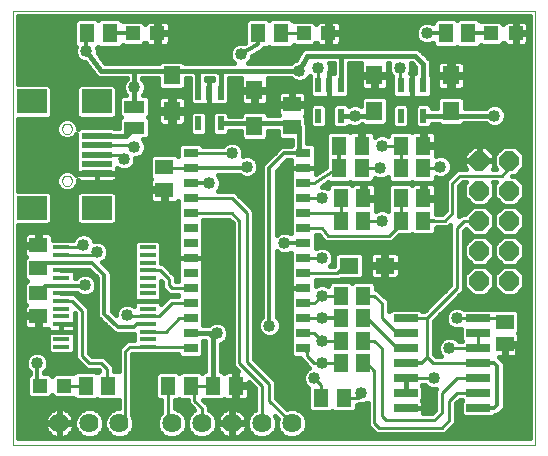
<source format=gtl>
G75*
G70*
%OFA0B0*%
%FSLAX24Y24*%
%IPPOS*%
%LPD*%
%AMOC8*
5,1,8,0,0,1.08239X$1,22.5*
%
%ADD10C,0.0000*%
%ADD11R,0.0512X0.0591*%
%ADD12R,0.0472X0.0472*%
%ADD13R,0.0512X0.0630*%
%ADD14R,0.0500X0.0300*%
%ADD15R,0.0591X0.0512*%
%ADD16R,0.0630X0.0551*%
%ADD17R,0.0551X0.0630*%
%ADD18R,0.0630X0.0512*%
%ADD19R,0.0550X0.0137*%
%ADD20R,0.0984X0.0197*%
%ADD21R,0.0984X0.0787*%
%ADD22R,0.0217X0.0472*%
%ADD23R,0.0701X0.0402*%
%ADD24R,0.0800X0.0260*%
%ADD25C,0.0640*%
%ADD26OC8,0.0640*%
%ADD27C,0.0160*%
%ADD28C,0.0120*%
%ADD29C,0.0100*%
%ADD30C,0.0400*%
D10*
X002509Y004804D02*
X019905Y004804D01*
X019905Y019274D01*
X002509Y019274D01*
X002509Y004804D01*
X004130Y013622D02*
X004164Y013726D01*
X004252Y013790D01*
X004362Y013790D01*
X004450Y013726D01*
X004484Y013622D01*
X004450Y013518D01*
X004362Y013454D01*
X004252Y013454D01*
X004164Y013518D01*
X004130Y013622D01*
X004130Y015355D02*
X004164Y015459D01*
X004252Y015523D01*
X004362Y015523D01*
X004450Y015459D01*
X004484Y015355D01*
X004450Y015251D01*
X004362Y015187D01*
X004252Y015187D01*
X004164Y015251D01*
X004130Y015355D01*
D11*
X007683Y006789D03*
X008431Y006789D03*
X009183Y006789D03*
X009931Y006789D03*
X012783Y006389D03*
X013531Y006389D03*
X013433Y007539D03*
X014181Y007539D03*
X014181Y008289D03*
X013433Y008289D03*
X013433Y009039D03*
X014181Y009039D03*
X014181Y009789D03*
X013433Y009789D03*
D12*
X013020Y018539D03*
X012193Y018539D03*
X007320Y018539D03*
X006493Y018539D03*
X018443Y018539D03*
X019270Y018539D03*
X004220Y006789D03*
X003393Y006789D03*
D13*
X004933Y006789D03*
X005681Y006789D03*
X013433Y012289D03*
X014181Y012289D03*
X014181Y013039D03*
X013433Y013039D03*
X013383Y014039D03*
X014131Y014039D03*
X014131Y014789D03*
X013383Y014789D03*
X015433Y014789D03*
X016181Y014789D03*
X016181Y014039D03*
X015433Y014039D03*
X015433Y013039D03*
X016181Y013039D03*
X016181Y012289D03*
X015433Y012289D03*
X016933Y018539D03*
X017681Y018539D03*
X011431Y018539D03*
X010683Y018539D03*
X005731Y018539D03*
X004983Y018539D03*
D14*
X008425Y014539D03*
X008425Y014039D03*
X008425Y013539D03*
X008425Y013039D03*
X008425Y012539D03*
X008425Y012039D03*
X008425Y011539D03*
X008425Y011039D03*
X008425Y010539D03*
X008425Y010039D03*
X008425Y009539D03*
X008425Y009039D03*
X008425Y008539D03*
X008425Y008039D03*
X012188Y008039D03*
X012188Y008539D03*
X012188Y009039D03*
X012188Y009539D03*
X012188Y010039D03*
X012188Y010539D03*
X012188Y011039D03*
X012188Y011539D03*
X012188Y012039D03*
X012188Y012539D03*
X012188Y013039D03*
X012188Y013539D03*
X012188Y014039D03*
X012188Y014539D03*
D15*
X011807Y015415D03*
X011807Y016163D03*
X018907Y008913D03*
X018907Y008165D03*
X003357Y009115D03*
X003357Y009863D03*
X003357Y010715D03*
X003357Y011463D03*
D16*
X013716Y010789D03*
X014897Y010789D03*
D17*
X010557Y015448D03*
X010557Y016629D03*
X007807Y017129D03*
X007807Y015948D03*
X014557Y015948D03*
X014557Y017129D03*
X017107Y017129D03*
X017107Y015948D03*
D18*
X007557Y014063D03*
X007557Y013315D03*
D19*
X006996Y011402D03*
X006996Y011146D03*
X006996Y010890D03*
X006996Y010634D03*
X006996Y010378D03*
X006996Y010122D03*
X006996Y009867D03*
X006996Y009611D03*
X006996Y009355D03*
X006996Y009099D03*
X006996Y008843D03*
X006996Y008587D03*
X006996Y008331D03*
X006996Y008075D03*
X004117Y008075D03*
X004117Y008331D03*
X004117Y008587D03*
X004117Y008843D03*
X004117Y009099D03*
X004117Y009355D03*
X004117Y009611D03*
X004117Y009867D03*
X004117Y010122D03*
X004117Y010378D03*
X004117Y010634D03*
X004117Y010890D03*
X004117Y011146D03*
X004117Y011402D03*
D20*
X005291Y013859D03*
X005291Y014174D03*
X005291Y014489D03*
X005291Y014804D03*
X005291Y015119D03*
D21*
X005291Y016260D03*
X003125Y016260D03*
X003125Y012717D03*
X005291Y012717D03*
D22*
X008683Y015527D03*
X009431Y015527D03*
X009431Y016550D03*
X009057Y016550D03*
X008683Y016550D03*
X012683Y016800D03*
X013057Y016800D03*
X013431Y016800D03*
X013431Y015777D03*
X012683Y015777D03*
X015433Y015777D03*
X016181Y015777D03*
X016181Y016800D03*
X015807Y016800D03*
X015433Y016800D03*
D23*
X006557Y016089D03*
X006557Y015388D03*
D24*
X015597Y009039D03*
X015597Y008539D03*
X015597Y008039D03*
X015597Y007539D03*
X015597Y007039D03*
X015597Y006539D03*
X015597Y006039D03*
X018017Y006039D03*
X018017Y006539D03*
X018017Y007039D03*
X018017Y007539D03*
X018017Y008039D03*
X018017Y008539D03*
X018017Y009039D03*
D25*
X011807Y005539D03*
X010807Y005539D03*
X009807Y005539D03*
X008807Y005539D03*
X007807Y005539D03*
X006057Y005539D03*
X005057Y005539D03*
X004057Y005539D03*
D26*
X018057Y010289D03*
X018057Y011289D03*
X019057Y011289D03*
X019057Y010289D03*
X019057Y012289D03*
X019057Y013289D03*
X019057Y014289D03*
X018057Y014289D03*
X018057Y013289D03*
X018057Y012289D03*
D27*
X018403Y012649D02*
X018710Y012649D01*
X018849Y012789D02*
X018557Y012496D01*
X018557Y012081D01*
X018849Y011789D01*
X019264Y011789D01*
X019556Y012081D01*
X019556Y012496D01*
X019264Y012789D01*
X019556Y013081D01*
X019556Y013496D01*
X019264Y013789D01*
X019556Y014081D01*
X019556Y014496D01*
X019264Y014789D01*
X018849Y014789D01*
X018557Y014496D01*
X018557Y014081D01*
X018619Y014019D01*
X018494Y014019D01*
X018556Y014081D01*
X018556Y014269D01*
X018077Y014269D01*
X018077Y014309D01*
X018556Y014309D01*
X018556Y014496D01*
X018264Y014789D01*
X018077Y014789D01*
X018077Y014309D01*
X018036Y014309D01*
X018036Y014269D01*
X017557Y014269D01*
X017557Y014081D01*
X017619Y014019D01*
X017311Y014019D01*
X017177Y013884D01*
X016927Y013634D01*
X016927Y013443D01*
X016927Y012634D01*
X016811Y012519D01*
X016628Y012519D01*
X016616Y012524D01*
X016616Y012678D01*
X016616Y012991D01*
X016229Y012991D01*
X016229Y013087D01*
X016616Y013087D01*
X016616Y013428D01*
X016511Y013534D01*
X016229Y013534D01*
X016229Y013087D01*
X016133Y013087D01*
X016133Y013534D01*
X015850Y013534D01*
X015807Y013490D01*
X015763Y013534D01*
X015102Y013534D01*
X014997Y013428D01*
X014997Y012649D01*
X014929Y012649D01*
X014882Y012669D02*
X014997Y012621D01*
X014997Y012649D01*
X014882Y012669D02*
X014731Y012669D01*
X014616Y012621D01*
X014616Y012649D01*
X014684Y012649D01*
X014616Y012649D02*
X014616Y012991D01*
X014229Y012991D01*
X014229Y013087D01*
X014616Y013087D01*
X014616Y013428D01*
X014511Y013534D01*
X014229Y013534D01*
X014229Y013087D01*
X014133Y013087D01*
X014133Y013534D01*
X013850Y013534D01*
X013807Y013490D01*
X013763Y013534D01*
X013102Y013534D01*
X012997Y013428D01*
X012997Y013371D01*
X012882Y013419D01*
X012791Y013419D01*
X013023Y013573D01*
X013052Y013544D01*
X013713Y013544D01*
X013757Y013587D01*
X013800Y013544D01*
X014461Y013544D01*
X014566Y013649D01*
X014566Y013706D01*
X014681Y013659D01*
X014832Y013659D01*
X014972Y013716D01*
X014997Y013741D01*
X014997Y013649D01*
X015102Y013544D01*
X015763Y013544D01*
X015807Y013587D01*
X015850Y013544D01*
X016511Y013544D01*
X016616Y013649D01*
X016616Y013735D01*
X016681Y013709D01*
X016832Y013709D01*
X016972Y013766D01*
X017079Y013873D01*
X017136Y014013D01*
X017136Y014164D01*
X017079Y014304D01*
X016972Y014411D01*
X016832Y014469D01*
X016681Y014469D01*
X016616Y014442D01*
X016616Y014741D01*
X016229Y014741D01*
X016229Y014837D01*
X016616Y014837D01*
X016616Y015178D01*
X016511Y015284D01*
X016229Y015284D01*
X016229Y014837D01*
X016133Y014837D01*
X016133Y015284D01*
X015850Y015284D01*
X015807Y015240D01*
X015763Y015284D01*
X015102Y015284D01*
X014997Y015178D01*
X014997Y015121D01*
X014882Y015169D01*
X014731Y015169D01*
X014591Y015111D01*
X014566Y015086D01*
X014566Y015178D01*
X014461Y015284D01*
X014179Y015284D01*
X014179Y014837D01*
X014083Y014837D01*
X014083Y015284D01*
X013800Y015284D01*
X013757Y015240D01*
X013713Y015284D01*
X013052Y015284D01*
X012947Y015178D01*
X012947Y014399D01*
X012947Y014075D01*
X012618Y013856D01*
X012618Y014038D01*
X012189Y014038D01*
X012189Y014039D01*
X012618Y014039D01*
X012618Y014263D01*
X012593Y014289D01*
X012618Y014314D01*
X012618Y014763D01*
X012513Y014869D01*
X012316Y014869D01*
X012947Y014869D01*
X012947Y015027D02*
X012316Y015027D01*
X012316Y014869D02*
X012316Y015466D01*
X012282Y015550D01*
X012282Y015745D01*
X012238Y015789D01*
X012282Y015832D01*
X012282Y016115D01*
X011855Y016115D01*
X011855Y016211D01*
X011854Y016211D02*
X011759Y016211D01*
X011759Y016598D01*
X011437Y016598D01*
X011331Y016493D01*
X011331Y016211D01*
X011758Y016211D01*
X011758Y016115D01*
X011331Y016115D01*
X011331Y015832D01*
X011365Y015799D01*
X011012Y015799D01*
X011012Y015838D01*
X010907Y015943D01*
X010206Y015943D01*
X010101Y015838D01*
X010101Y015787D01*
X009719Y015787D01*
X009719Y015837D01*
X009613Y015943D01*
X009248Y015943D01*
X009142Y015837D01*
X009142Y015216D01*
X009248Y015111D01*
X009613Y015111D01*
X009719Y015216D01*
X009719Y015267D01*
X010101Y015267D01*
X010101Y015059D01*
X010206Y014953D01*
X010907Y014953D01*
X011012Y015059D01*
X011012Y015279D01*
X011331Y015279D01*
X011331Y015084D01*
X011437Y014979D01*
X011797Y014979D01*
X011797Y014801D01*
X011774Y014779D01*
X011509Y014779D01*
X011421Y014742D01*
X011353Y014675D01*
X011353Y014674D01*
X010853Y014175D01*
X010817Y014086D01*
X010817Y013991D01*
X010817Y009086D01*
X010734Y009004D01*
X010677Y008864D01*
X010677Y008713D01*
X010734Y008573D01*
X010841Y008466D01*
X010981Y008409D01*
X011132Y008409D01*
X011272Y008466D01*
X011379Y008573D01*
X011436Y008713D01*
X011436Y008864D01*
X011379Y009004D01*
X011296Y009086D01*
X011296Y011261D01*
X011341Y011216D01*
X011481Y011159D01*
X011632Y011159D01*
X011758Y011211D01*
X011758Y010814D01*
X011784Y010789D01*
X011758Y010763D01*
X011758Y010314D01*
X011784Y010289D01*
X011758Y010263D01*
X011758Y010039D01*
X012188Y010039D01*
X012188Y010038D01*
X011758Y010038D01*
X011758Y009814D01*
X011784Y009789D01*
X011758Y009763D01*
X011758Y009314D01*
X011784Y009289D01*
X011758Y009263D01*
X011758Y008814D01*
X011784Y008789D01*
X011758Y008763D01*
X011758Y008314D01*
X011784Y008289D01*
X011758Y008263D01*
X011758Y007814D01*
X011864Y007709D01*
X012077Y007709D01*
X012077Y007693D01*
X012211Y007559D01*
X012389Y007381D01*
X012341Y007361D01*
X012234Y007254D01*
X012177Y007114D01*
X012177Y006963D01*
X012234Y006823D01*
X012341Y006716D01*
X012347Y006714D01*
X012347Y006019D01*
X012452Y005913D01*
X013113Y005913D01*
X013156Y005957D01*
X013200Y005913D01*
X013861Y005913D01*
X013966Y006019D01*
X013966Y006146D01*
X014029Y006159D01*
X014031Y006159D01*
X014182Y006159D01*
X014322Y006216D01*
X014327Y006221D01*
X014327Y005443D01*
X014461Y005309D01*
X014611Y005159D01*
X014802Y005159D01*
X016902Y005159D01*
X017036Y005293D01*
X017152Y005409D01*
X017286Y005543D01*
X017286Y006193D01*
X017402Y006309D01*
X017462Y006309D01*
X017482Y006289D01*
X017437Y006243D01*
X017437Y005834D01*
X017542Y005729D01*
X018491Y005729D01*
X018561Y005799D01*
X018604Y005799D01*
X018692Y005835D01*
X018760Y005903D01*
X018860Y006003D01*
X018896Y006091D01*
X018896Y006186D01*
X018896Y007486D01*
X018860Y007575D01*
X018792Y007642D01*
X018706Y007729D01*
X018859Y007729D01*
X018859Y008116D01*
X018954Y008116D01*
X018954Y007729D01*
X019276Y007729D01*
X019382Y007834D01*
X019382Y008117D01*
X018955Y008117D01*
X018955Y008213D01*
X019382Y008213D01*
X019382Y008495D01*
X019338Y008539D01*
X019382Y008582D01*
X019382Y009243D01*
X019276Y009348D01*
X018537Y009348D01*
X018514Y009326D01*
X018491Y009349D01*
X017542Y009349D01*
X017538Y009344D01*
X017522Y009361D01*
X017382Y009419D01*
X017231Y009419D01*
X017091Y009361D01*
X016984Y009254D01*
X016927Y009114D01*
X016927Y008963D01*
X016984Y008823D01*
X017091Y008716D01*
X017231Y008659D01*
X017382Y008659D01*
X017437Y008681D01*
X017437Y008334D01*
X017482Y008289D01*
X017462Y008269D01*
X017364Y008269D01*
X017272Y008361D01*
X017132Y008419D01*
X016981Y008419D01*
X016841Y008361D01*
X016734Y008254D01*
X016677Y008114D01*
X016677Y007963D01*
X016734Y007823D01*
X016789Y007769D01*
X016602Y007769D01*
X016536Y007834D01*
X016536Y008943D01*
X017536Y009943D01*
X017536Y010134D01*
X017536Y011943D01*
X017616Y012022D01*
X017849Y011789D01*
X018264Y011789D01*
X018556Y012081D01*
X018556Y012496D01*
X018264Y012789D01*
X018556Y013081D01*
X018556Y013496D01*
X018494Y013559D01*
X018619Y013559D01*
X018557Y013496D01*
X018557Y013081D01*
X018849Y012789D01*
X019264Y012789D01*
X018849Y012789D01*
X018831Y012807D02*
X018283Y012807D01*
X018264Y012789D02*
X017849Y012789D01*
X017557Y013081D01*
X017557Y013496D01*
X017619Y013559D01*
X017502Y013559D01*
X017386Y013443D01*
X017386Y012444D01*
X017461Y012519D01*
X017579Y012519D01*
X017849Y012789D01*
X018264Y012789D01*
X018441Y012966D02*
X018672Y012966D01*
X018556Y013125D02*
X018557Y013125D01*
X018556Y013283D02*
X018557Y013283D01*
X018556Y013442D02*
X018557Y013442D01*
X018551Y014076D02*
X018562Y014076D01*
X018556Y014234D02*
X018557Y014234D01*
X018556Y014393D02*
X018557Y014393D01*
X018501Y014551D02*
X018612Y014551D01*
X018771Y014710D02*
X018342Y014710D01*
X018077Y014710D02*
X018036Y014710D01*
X018036Y014789D02*
X017849Y014789D01*
X017557Y014496D01*
X017557Y014309D01*
X018036Y014309D01*
X018036Y014789D01*
X018036Y014551D02*
X018077Y014551D01*
X018077Y014393D02*
X018036Y014393D01*
X017771Y014710D02*
X016616Y014710D01*
X016616Y014869D02*
X019725Y014869D01*
X019725Y015027D02*
X016616Y015027D01*
X016609Y015186D02*
X019725Y015186D01*
X019725Y015344D02*
X012316Y015344D01*
X012394Y015466D02*
X012500Y015361D01*
X012865Y015361D01*
X012971Y015466D01*
X012971Y016087D01*
X012865Y016193D01*
X012500Y016193D01*
X012394Y016087D01*
X012394Y015466D01*
X012394Y015503D02*
X012301Y015503D01*
X012282Y015661D02*
X012394Y015661D01*
X012394Y015820D02*
X012269Y015820D01*
X012282Y015978D02*
X012394Y015978D01*
X012444Y016137D02*
X011855Y016137D01*
X011855Y016211D02*
X012282Y016211D01*
X012282Y016493D01*
X012176Y016598D01*
X011854Y016598D01*
X011854Y016211D01*
X011854Y016295D02*
X011759Y016295D01*
X011758Y016137D02*
X010909Y016137D01*
X010907Y016134D02*
X011012Y016240D01*
X011012Y016571D01*
X010615Y016571D01*
X010615Y016687D01*
X011012Y016687D01*
X011012Y017019D01*
X011002Y017029D01*
X011779Y017029D01*
X011841Y016966D01*
X011981Y016909D01*
X012132Y016909D01*
X012272Y016966D01*
X012379Y017073D01*
X012394Y017111D01*
X012394Y016490D01*
X012500Y016384D01*
X012865Y016384D01*
X012870Y016388D01*
X012874Y016384D01*
X013056Y016384D01*
X013056Y016800D01*
X013057Y016800D01*
X013057Y016384D01*
X013239Y016384D01*
X013244Y016388D01*
X013248Y016384D01*
X013613Y016384D01*
X013719Y016490D01*
X013719Y017111D01*
X013716Y017113D01*
X013716Y017529D01*
X014111Y017529D01*
X014101Y017519D01*
X014101Y017187D01*
X014498Y017187D01*
X014498Y017071D01*
X014101Y017071D01*
X014101Y016740D01*
X014206Y016634D01*
X014499Y016634D01*
X014499Y017071D01*
X014614Y017071D01*
X014614Y016634D01*
X014907Y016634D01*
X015012Y016740D01*
X015012Y017071D01*
X014615Y017071D01*
X014615Y017187D01*
X015012Y017187D01*
X015012Y017519D01*
X015002Y017529D01*
X015053Y017529D01*
X015027Y017464D01*
X015027Y017313D01*
X015084Y017173D01*
X015145Y017112D01*
X015144Y017111D01*
X015144Y016490D01*
X015250Y016384D01*
X015615Y016384D01*
X015620Y016388D01*
X015624Y016384D01*
X015806Y016384D01*
X015806Y016800D01*
X015807Y016800D01*
X015807Y016384D01*
X015989Y016384D01*
X015994Y016388D01*
X015998Y016384D01*
X016363Y016384D01*
X016469Y016490D01*
X016469Y017111D01*
X016441Y017139D01*
X016441Y017463D01*
X016441Y017566D01*
X016401Y017662D01*
X016127Y017936D01*
X016054Y018009D01*
X015958Y018049D01*
X013508Y018049D01*
X012316Y018049D01*
X012273Y018052D01*
X012264Y018049D01*
X012255Y018049D01*
X012216Y018032D01*
X012175Y018019D01*
X012168Y018013D01*
X012159Y018009D01*
X012129Y017979D01*
X012097Y017951D01*
X012093Y017943D01*
X012086Y017936D01*
X012070Y017897D01*
X011949Y017655D01*
X011841Y017611D01*
X011779Y017549D01*
X010354Y017549D01*
X010429Y017623D01*
X010486Y017763D01*
X010486Y017778D01*
X010788Y017948D01*
X010818Y017961D01*
X010829Y017972D01*
X010842Y017979D01*
X010862Y018005D01*
X010886Y018029D01*
X010892Y018043D01*
X010893Y018044D01*
X011013Y018044D01*
X011057Y018087D01*
X011100Y018044D01*
X011761Y018044D01*
X011861Y018144D01*
X011882Y018122D01*
X012504Y018122D01*
X012607Y018225D01*
X012709Y018122D01*
X012982Y018122D01*
X012982Y018500D01*
X013058Y018500D01*
X013058Y018122D01*
X013331Y018122D01*
X013436Y018228D01*
X013436Y018500D01*
X013058Y018500D01*
X013058Y018577D01*
X012982Y018577D01*
X012982Y018955D01*
X012709Y018955D01*
X012607Y018852D01*
X012504Y018955D01*
X011882Y018955D01*
X011861Y018933D01*
X011761Y019034D01*
X011100Y019034D01*
X011057Y018990D01*
X011013Y019034D01*
X010352Y019034D01*
X010247Y018928D01*
X010247Y018194D01*
X010245Y018193D01*
X010182Y018219D01*
X010031Y018219D01*
X009891Y018161D01*
X009784Y018054D01*
X009727Y017914D01*
X009727Y017763D01*
X009784Y017623D01*
X009859Y017549D01*
X009255Y017549D01*
X008505Y017549D01*
X008232Y017549D01*
X008157Y017624D01*
X007456Y017624D01*
X007381Y017549D01*
X006608Y017549D01*
X006505Y017549D01*
X005585Y017549D01*
X005336Y017871D01*
X005336Y018014D01*
X005321Y018052D01*
X005357Y018087D01*
X005400Y018044D01*
X006061Y018044D01*
X006161Y018144D01*
X006182Y018122D01*
X006804Y018122D01*
X006907Y018225D01*
X007009Y018122D01*
X007282Y018122D01*
X007282Y018500D01*
X007358Y018500D01*
X007358Y018122D01*
X007631Y018122D01*
X007736Y018228D01*
X007736Y018500D01*
X007358Y018500D01*
X007358Y018577D01*
X007282Y018577D01*
X007282Y018955D01*
X007009Y018955D01*
X006907Y018852D01*
X006804Y018955D01*
X006182Y018955D01*
X006161Y018933D01*
X006061Y019034D01*
X005400Y019034D01*
X005357Y018990D01*
X005313Y019034D01*
X004652Y019034D01*
X004547Y018928D01*
X004547Y018149D01*
X004607Y018088D01*
X004577Y018014D01*
X004577Y017863D01*
X004634Y017723D01*
X004741Y017616D01*
X004881Y017559D01*
X004921Y017559D01*
X005229Y017157D01*
X005236Y017141D01*
X005261Y017117D01*
X005282Y017089D01*
X005297Y017080D01*
X005309Y017068D01*
X005341Y017055D01*
X005372Y017037D01*
X005389Y017035D01*
X005405Y017029D01*
X005440Y017029D01*
X005474Y017024D01*
X005491Y017029D01*
X006297Y017029D01*
X006297Y017016D01*
X006234Y016954D01*
X006177Y016814D01*
X006177Y016663D01*
X006234Y016523D01*
X006288Y016470D01*
X006132Y016470D01*
X006026Y016364D01*
X006026Y015814D01*
X006101Y015739D01*
X006026Y015664D01*
X006026Y015378D01*
X005876Y015378D01*
X005857Y015397D01*
X004724Y015397D01*
X004664Y015336D01*
X004664Y015426D01*
X004609Y015557D01*
X004509Y015657D01*
X004378Y015712D01*
X004235Y015712D01*
X004104Y015657D01*
X004004Y015557D01*
X003949Y015426D01*
X003949Y015284D01*
X004004Y015152D01*
X004104Y015052D01*
X004235Y014998D01*
X004378Y014998D01*
X004509Y015052D01*
X004609Y015152D01*
X004619Y015175D01*
X004619Y014946D01*
X004619Y014631D01*
X004619Y014347D01*
X004619Y014001D01*
X004619Y013859D01*
X005290Y013859D01*
X005290Y013858D01*
X004619Y013858D01*
X004619Y013802D01*
X004609Y013825D01*
X004509Y013925D01*
X004378Y013980D01*
X004235Y013980D01*
X004104Y013925D01*
X004004Y013825D01*
X003949Y013693D01*
X003949Y013551D01*
X004004Y013420D01*
X004104Y013320D01*
X004235Y013265D01*
X004378Y013265D01*
X004509Y013320D01*
X004609Y013420D01*
X004664Y013551D01*
X004664Y013641D01*
X004724Y013580D01*
X005291Y013580D01*
X005857Y013580D01*
X005963Y013686D01*
X005963Y013858D01*
X005291Y013858D01*
X005291Y013580D01*
X005291Y013858D01*
X005291Y013858D01*
X005291Y013859D01*
X005963Y013859D01*
X005963Y014001D01*
X005963Y014045D01*
X005991Y014016D01*
X006131Y013959D01*
X006282Y013959D01*
X006422Y014016D01*
X006529Y014123D01*
X006586Y014263D01*
X006586Y014359D01*
X006632Y014359D01*
X006772Y014416D01*
X006879Y014523D01*
X006936Y014663D01*
X006936Y014814D01*
X006879Y014954D01*
X006825Y015007D01*
X006981Y015007D01*
X007087Y015113D01*
X007087Y015664D01*
X007012Y015739D01*
X007087Y015814D01*
X007087Y016364D01*
X006981Y016470D01*
X006825Y016470D01*
X006879Y016523D01*
X006936Y016663D01*
X006936Y016814D01*
X006879Y016954D01*
X006816Y017016D01*
X006816Y017029D01*
X007351Y017029D01*
X007351Y016740D01*
X007456Y016634D01*
X008157Y016634D01*
X008262Y016740D01*
X008262Y017029D01*
X008397Y017029D01*
X008397Y016863D01*
X008394Y016861D01*
X008394Y016240D01*
X008500Y016134D01*
X008865Y016134D01*
X008870Y016138D01*
X008874Y016134D01*
X009056Y016134D01*
X009056Y016550D01*
X009057Y016550D01*
X009057Y016134D01*
X009239Y016134D01*
X009244Y016138D01*
X009248Y016134D01*
X009613Y016134D01*
X009719Y016240D01*
X009719Y016861D01*
X009691Y016889D01*
X009691Y017029D01*
X010111Y017029D01*
X010101Y017019D01*
X010101Y016687D01*
X010498Y016687D01*
X010498Y016571D01*
X010101Y016571D01*
X010101Y016240D01*
X010206Y016134D01*
X010499Y016134D01*
X010499Y016571D01*
X010614Y016571D01*
X010614Y016134D01*
X010907Y016134D01*
X011012Y016295D02*
X011331Y016295D01*
X011331Y016454D02*
X011012Y016454D01*
X011012Y016771D02*
X012394Y016771D01*
X012394Y016613D02*
X010615Y016613D01*
X010498Y016613D02*
X009719Y016613D01*
X009719Y016771D02*
X010101Y016771D01*
X010101Y016930D02*
X009691Y016930D01*
X009431Y017165D02*
X009307Y017289D01*
X012057Y017289D01*
X012307Y017789D01*
X013457Y017789D01*
X015907Y017789D01*
X016181Y017515D01*
X016181Y016800D01*
X015807Y016801D02*
X015806Y016801D01*
X015806Y017217D01*
X015747Y017217D01*
X015786Y017313D01*
X015786Y017464D01*
X015760Y017529D01*
X015799Y017529D01*
X015921Y017407D01*
X015921Y017217D01*
X015807Y017217D01*
X015807Y016801D01*
X015806Y016771D02*
X015807Y016771D01*
X015806Y016613D02*
X015807Y016613D01*
X015806Y016454D02*
X015807Y016454D01*
X015998Y016193D02*
X015892Y016087D01*
X015892Y015466D01*
X015998Y015361D01*
X016363Y015361D01*
X016469Y015466D01*
X016469Y015517D01*
X016693Y015517D01*
X016756Y015453D01*
X017457Y015453D01*
X017532Y015529D01*
X018279Y015529D01*
X018341Y015466D01*
X018481Y015409D01*
X018632Y015409D01*
X018772Y015466D01*
X018879Y015573D01*
X018936Y015713D01*
X018936Y015864D01*
X018879Y016004D01*
X018772Y016111D01*
X018632Y016169D01*
X018481Y016169D01*
X018341Y016111D01*
X018279Y016049D01*
X017562Y016049D01*
X017562Y016338D01*
X017457Y016443D01*
X016756Y016443D01*
X016651Y016338D01*
X016651Y016037D01*
X016469Y016037D01*
X016469Y016087D01*
X016363Y016193D01*
X015998Y016193D01*
X015942Y016137D02*
X015671Y016137D01*
X015721Y016087D02*
X015615Y016193D01*
X015250Y016193D01*
X015144Y016087D01*
X015144Y015466D01*
X015250Y015361D01*
X015615Y015361D01*
X015721Y015466D01*
X015721Y016087D01*
X015721Y015978D02*
X015892Y015978D01*
X015892Y015820D02*
X015721Y015820D01*
X015721Y015661D02*
X015892Y015661D01*
X015892Y015503D02*
X015721Y015503D01*
X016133Y015186D02*
X016229Y015186D01*
X016229Y015027D02*
X016133Y015027D01*
X016133Y014869D02*
X016229Y014869D01*
X016616Y014551D02*
X017612Y014551D01*
X017557Y014393D02*
X016990Y014393D01*
X017107Y014234D02*
X017557Y014234D01*
X017562Y014076D02*
X017136Y014076D01*
X017097Y013917D02*
X017210Y013917D01*
X017051Y013759D02*
X016953Y013759D01*
X016927Y013600D02*
X016568Y013600D01*
X016603Y013442D02*
X016927Y013442D01*
X016927Y013283D02*
X016616Y013283D01*
X016616Y013125D02*
X016927Y013125D01*
X016927Y012966D02*
X016616Y012966D01*
X016616Y012807D02*
X016927Y012807D01*
X016927Y012649D02*
X016616Y012649D01*
X016229Y013125D02*
X016133Y013125D01*
X016133Y013283D02*
X016229Y013283D01*
X016229Y013442D02*
X016133Y013442D01*
X015045Y013600D02*
X014518Y013600D01*
X014603Y013442D02*
X015010Y013442D01*
X014997Y013283D02*
X014616Y013283D01*
X014616Y013125D02*
X014997Y013125D01*
X014997Y012966D02*
X014616Y012966D01*
X014616Y012807D02*
X014997Y012807D01*
X014229Y013125D02*
X014133Y013125D01*
X014133Y013283D02*
X014229Y013283D01*
X014229Y013442D02*
X014133Y013442D01*
X013383Y014039D02*
X013307Y014039D01*
X012947Y014076D02*
X012618Y014076D01*
X012618Y014234D02*
X012947Y014234D01*
X012947Y014393D02*
X012618Y014393D01*
X012618Y014551D02*
X012947Y014551D01*
X012947Y014710D02*
X012618Y014710D01*
X012188Y014539D02*
X012057Y014670D01*
X012057Y015415D01*
X012316Y015186D02*
X012954Y015186D01*
X012971Y015503D02*
X013142Y015503D01*
X013142Y015466D02*
X013248Y015361D01*
X013613Y015361D01*
X013711Y015458D01*
X013831Y015409D01*
X013982Y015409D01*
X014122Y015466D01*
X014157Y015502D01*
X014206Y015453D01*
X014907Y015453D01*
X015012Y015559D01*
X015012Y016338D01*
X014907Y016443D01*
X014206Y016443D01*
X014101Y016338D01*
X014101Y016119D01*
X013982Y016169D01*
X013831Y016169D01*
X013694Y016112D01*
X013613Y016193D01*
X013248Y016193D01*
X013142Y016087D01*
X013142Y015466D01*
X013142Y015661D02*
X012971Y015661D01*
X012971Y015820D02*
X013142Y015820D01*
X013142Y015978D02*
X012971Y015978D01*
X012921Y016137D02*
X013192Y016137D01*
X013431Y015777D02*
X013895Y015777D01*
X013907Y015789D01*
X014557Y015789D01*
X014557Y015948D01*
X015012Y015978D02*
X015144Y015978D01*
X015144Y015820D02*
X015012Y015820D01*
X015012Y015661D02*
X015144Y015661D01*
X015144Y015503D02*
X014956Y015503D01*
X015004Y015186D02*
X014559Y015186D01*
X014179Y015186D02*
X014083Y015186D01*
X014083Y015027D02*
X014179Y015027D01*
X014179Y014869D02*
X014083Y014869D01*
X014059Y016137D02*
X014101Y016137D01*
X014101Y016295D02*
X012282Y016295D01*
X012282Y016454D02*
X012430Y016454D01*
X012394Y016930D02*
X012183Y016930D01*
X011930Y016930D02*
X011012Y016930D01*
X010614Y016454D02*
X010499Y016454D01*
X010499Y016295D02*
X010614Y016295D01*
X010614Y016137D02*
X010499Y016137D01*
X010204Y016137D02*
X009616Y016137D01*
X009719Y016295D02*
X010101Y016295D01*
X010101Y016454D02*
X009719Y016454D01*
X009431Y016550D02*
X009431Y017165D01*
X009307Y017289D02*
X008557Y017289D01*
X008683Y017163D01*
X008683Y016550D01*
X008657Y016524D02*
X008657Y017189D01*
X008557Y017289D01*
X007807Y017289D01*
X007807Y017129D01*
X007807Y017289D02*
X006557Y017289D01*
X006557Y016739D01*
X006557Y016089D01*
X006607Y016039D01*
X007087Y015978D02*
X007748Y015978D01*
X007748Y016006D02*
X007748Y015890D01*
X007351Y015890D01*
X007351Y015559D01*
X007456Y015453D01*
X007749Y015453D01*
X007749Y015890D01*
X007864Y015890D01*
X007864Y015453D01*
X008157Y015453D01*
X008262Y015559D01*
X008262Y015890D01*
X007865Y015890D01*
X007865Y016006D01*
X008262Y016006D01*
X008262Y016338D01*
X008157Y016443D01*
X007864Y016443D01*
X007864Y016006D01*
X007749Y016006D01*
X007749Y016443D01*
X007456Y016443D01*
X007351Y016338D01*
X007351Y016006D01*
X007748Y016006D01*
X007865Y015978D02*
X011331Y015978D01*
X011344Y015820D02*
X011012Y015820D01*
X010557Y015539D02*
X011807Y015539D01*
X011807Y015415D01*
X011331Y015186D02*
X011012Y015186D01*
X010981Y015027D02*
X011388Y015027D01*
X011389Y014710D02*
X010147Y014710D01*
X010129Y014754D02*
X010022Y014861D01*
X009882Y014919D01*
X009731Y014919D01*
X009591Y014861D01*
X009499Y014769D01*
X008849Y014769D01*
X008749Y014869D01*
X008100Y014869D01*
X007995Y014763D01*
X007995Y014450D01*
X007946Y014498D01*
X007167Y014498D01*
X007062Y014393D01*
X006715Y014393D01*
X006575Y014234D02*
X007062Y014234D01*
X007062Y014076D02*
X006481Y014076D01*
X005963Y013917D02*
X007062Y013917D01*
X007062Y013759D02*
X005963Y013759D01*
X005877Y013600D02*
X007062Y013600D01*
X007062Y013645D02*
X007062Y013363D01*
X007508Y013363D01*
X007508Y013267D01*
X007062Y013267D01*
X007062Y012984D01*
X007167Y012879D01*
X007509Y012879D01*
X007509Y013266D01*
X007604Y013266D01*
X007604Y012879D01*
X007946Y012879D01*
X007995Y012927D01*
X007995Y012814D01*
X008020Y012789D01*
X007995Y012763D01*
X007995Y012314D01*
X008020Y012289D01*
X007995Y012263D01*
X007995Y011814D01*
X008020Y011789D01*
X007995Y011763D01*
X007995Y011314D01*
X008020Y011289D01*
X007995Y011263D01*
X007995Y011039D01*
X008424Y011039D01*
X008424Y011038D01*
X007995Y011038D01*
X007995Y010814D01*
X008020Y010789D01*
X007995Y010763D01*
X007995Y010314D01*
X008020Y010289D01*
X008000Y010269D01*
X007936Y010269D01*
X007936Y010434D01*
X007802Y010569D01*
X007506Y010864D01*
X007451Y010864D01*
X007451Y011003D01*
X007451Y011259D01*
X007451Y011545D01*
X007345Y011650D01*
X006646Y011650D01*
X006541Y011545D01*
X006541Y011259D01*
X006541Y011003D01*
X006541Y010747D01*
X006541Y010491D01*
X006541Y010265D01*
X006541Y009979D01*
X006541Y009723D01*
X006541Y009611D01*
X006995Y009611D01*
X006995Y009610D01*
X006541Y009610D01*
X006541Y009468D01*
X006541Y009442D01*
X006522Y009461D01*
X006382Y009519D01*
X006231Y009519D01*
X006091Y009461D01*
X005984Y009354D01*
X005927Y009214D01*
X005927Y009158D01*
X005796Y009288D01*
X005796Y010536D01*
X005760Y010625D01*
X005692Y010692D01*
X005484Y010901D01*
X005522Y010916D01*
X005629Y011023D01*
X005686Y011163D01*
X005686Y011314D01*
X005629Y011454D01*
X005522Y011561D01*
X005382Y011619D01*
X005231Y011619D01*
X005216Y011613D01*
X005179Y011704D01*
X005072Y011811D01*
X004932Y011869D01*
X004781Y011869D01*
X004641Y011811D01*
X004534Y011704D01*
X004509Y011643D01*
X004475Y011643D01*
X004467Y011650D01*
X003832Y011650D01*
X003832Y011793D01*
X003726Y011898D01*
X003404Y011898D01*
X003404Y011511D01*
X003309Y011511D01*
X003309Y011898D01*
X002987Y011898D01*
X002881Y011793D01*
X002881Y011511D01*
X003308Y011511D01*
X003308Y011415D01*
X002881Y011415D01*
X002881Y011132D01*
X002925Y011089D01*
X002881Y011045D01*
X002881Y010384D01*
X002977Y010289D01*
X002881Y010193D01*
X002881Y009532D01*
X002925Y009489D01*
X002881Y009445D01*
X002881Y009163D01*
X003308Y009163D01*
X003308Y009067D01*
X002881Y009067D01*
X002881Y008784D01*
X002987Y008679D01*
X003309Y008679D01*
X003309Y009066D01*
X003404Y009066D01*
X003404Y008679D01*
X003662Y008679D01*
X003662Y008587D01*
X004117Y008587D01*
X004117Y008587D01*
X003662Y008587D01*
X003662Y008444D01*
X003662Y008188D01*
X003662Y007932D01*
X003768Y007827D01*
X004467Y007827D01*
X004572Y007932D01*
X004572Y008188D01*
X004572Y008444D01*
X004572Y008463D01*
X004572Y008474D01*
X004572Y008587D01*
X004572Y008730D01*
X004572Y008843D01*
X004572Y008956D01*
X004572Y009198D01*
X004577Y009193D01*
X004577Y007884D01*
X004577Y007693D01*
X004827Y007443D01*
X004961Y007309D01*
X005361Y007309D01*
X005386Y007284D01*
X005350Y007284D01*
X005306Y007240D01*
X005263Y007284D01*
X004602Y007284D01*
X004523Y007205D01*
X003909Y007205D01*
X003806Y007102D01*
X003704Y007205D01*
X003546Y007205D01*
X003546Y007241D01*
X003629Y007323D01*
X003686Y007463D01*
X003686Y007614D01*
X003629Y007754D01*
X003522Y007861D01*
X003382Y007919D01*
X003231Y007919D01*
X003091Y007861D01*
X002984Y007754D01*
X002927Y007614D01*
X002927Y007463D01*
X002984Y007323D01*
X003067Y007241D01*
X003067Y007189D01*
X002977Y007099D01*
X002977Y006478D01*
X003082Y006372D01*
X003704Y006372D01*
X003806Y006475D01*
X003909Y006372D01*
X004523Y006372D01*
X004602Y006294D01*
X005263Y006294D01*
X005306Y006337D01*
X005350Y006294D01*
X006011Y006294D01*
X006027Y006309D01*
X006027Y006039D01*
X005957Y006039D01*
X005773Y005962D01*
X005633Y005822D01*
X005557Y005638D01*
X005557Y005439D01*
X005633Y005255D01*
X005773Y005115D01*
X005957Y005039D01*
X006156Y005039D01*
X006340Y005115D01*
X006480Y005255D01*
X006556Y005439D01*
X006556Y005638D01*
X006486Y005807D01*
X006486Y005834D01*
X006486Y007843D01*
X006488Y007845D01*
X006628Y007845D01*
X006646Y007827D01*
X007345Y007827D01*
X007364Y007845D01*
X007995Y007845D01*
X007995Y007814D01*
X008100Y007709D01*
X008749Y007709D01*
X008855Y007814D01*
X008855Y008263D01*
X008839Y008279D01*
X008923Y008279D01*
X008923Y007264D01*
X008852Y007264D01*
X008806Y007218D01*
X008761Y007264D01*
X008100Y007264D01*
X008056Y007220D01*
X008013Y007264D01*
X007352Y007264D01*
X007247Y007158D01*
X007247Y006419D01*
X007352Y006313D01*
X007453Y006313D01*
X007453Y005892D01*
X007383Y005822D01*
X007307Y005638D01*
X007307Y005439D01*
X007383Y005255D01*
X007523Y005115D01*
X007707Y005039D01*
X007906Y005039D01*
X008090Y005115D01*
X008230Y005255D01*
X008306Y005439D01*
X008306Y005638D01*
X008230Y005822D01*
X008090Y005962D01*
X007912Y006036D01*
X007912Y006313D01*
X008013Y006313D01*
X008056Y006357D01*
X008100Y006313D01*
X008327Y006313D01*
X008327Y006193D01*
X008461Y006059D01*
X008547Y005972D01*
X008523Y005962D01*
X008383Y005822D01*
X008307Y005638D01*
X008307Y005439D01*
X008383Y005255D01*
X008523Y005115D01*
X008707Y005039D01*
X008906Y005039D01*
X009090Y005115D01*
X009230Y005255D01*
X009306Y005439D01*
X009306Y005638D01*
X009230Y005822D01*
X009090Y005962D01*
X009036Y005984D01*
X009036Y006134D01*
X008857Y006313D01*
X009513Y006313D01*
X009556Y006357D01*
X009600Y006313D01*
X009883Y006313D01*
X009883Y006740D01*
X009979Y006740D01*
X009979Y006741D02*
X009979Y006837D01*
X010366Y006837D01*
X010366Y006903D01*
X010577Y006693D01*
X010577Y005984D01*
X010523Y005962D01*
X010383Y005822D01*
X010307Y005638D01*
X010307Y005439D01*
X010383Y005255D01*
X010523Y005115D01*
X010707Y005039D01*
X010906Y005039D01*
X011090Y005115D01*
X011230Y005255D01*
X011306Y005439D01*
X011306Y005638D01*
X011253Y005767D01*
X011329Y005691D01*
X011307Y005638D01*
X011307Y005439D01*
X011383Y005255D01*
X011523Y005115D01*
X011707Y005039D01*
X011906Y005039D01*
X012090Y005115D01*
X012230Y005255D01*
X012306Y005439D01*
X012306Y005638D01*
X012230Y005822D01*
X012090Y005962D01*
X011906Y006039D01*
X011707Y006039D01*
X011654Y006016D01*
X011286Y006384D01*
X011286Y006934D01*
X011152Y007069D01*
X010536Y007684D01*
X010536Y012634D01*
X010402Y012769D01*
X009902Y013269D01*
X009711Y013269D01*
X009324Y013269D01*
X009379Y013323D01*
X009436Y013463D01*
X009436Y013614D01*
X009379Y013754D01*
X009334Y013799D01*
X010059Y013799D01*
X010091Y013766D01*
X010231Y013709D01*
X010382Y013709D01*
X010522Y013766D01*
X010629Y013873D01*
X010686Y014013D01*
X010686Y014164D01*
X010629Y014304D01*
X010522Y014411D01*
X010382Y014469D01*
X010231Y014469D01*
X010180Y014447D01*
X010186Y014463D01*
X010186Y014614D01*
X010129Y014754D01*
X010003Y014869D02*
X011797Y014869D01*
X011774Y014299D02*
X011784Y014289D01*
X011758Y014263D01*
X011758Y014039D01*
X012188Y014039D01*
X012188Y014038D01*
X011758Y014038D01*
X011758Y013814D01*
X011784Y013789D01*
X011758Y013763D01*
X011758Y013314D01*
X011784Y013289D01*
X011758Y013263D01*
X011758Y012814D01*
X011784Y012789D01*
X011758Y012763D01*
X011758Y012314D01*
X011784Y012289D01*
X011758Y012263D01*
X011758Y011866D01*
X011632Y011919D01*
X011481Y011919D01*
X011341Y011861D01*
X011296Y011816D01*
X011296Y013939D01*
X011656Y014299D01*
X011774Y014299D01*
X011758Y014234D02*
X011592Y014234D01*
X011433Y014076D02*
X011758Y014076D01*
X011758Y013917D02*
X011296Y013917D01*
X011296Y013759D02*
X011758Y013759D01*
X011758Y013600D02*
X011296Y013600D01*
X011296Y013442D02*
X011758Y013442D01*
X011778Y013283D02*
X011296Y013283D01*
X011296Y013125D02*
X011758Y013125D01*
X011758Y012966D02*
X011296Y012966D01*
X011296Y012807D02*
X011765Y012807D01*
X011758Y012649D02*
X011296Y012649D01*
X011296Y012490D02*
X011758Y012490D01*
X011758Y012332D02*
X011296Y012332D01*
X011296Y012173D02*
X011758Y012173D01*
X011758Y012015D02*
X011296Y012015D01*
X011296Y011856D02*
X011337Y011856D01*
X010817Y011856D02*
X010536Y011856D01*
X010536Y011698D02*
X010817Y011698D01*
X010817Y011539D02*
X010536Y011539D01*
X010536Y011381D02*
X010817Y011381D01*
X010817Y011222D02*
X010536Y011222D01*
X010536Y011064D02*
X010817Y011064D01*
X010817Y010905D02*
X010536Y010905D01*
X010536Y010746D02*
X010817Y010746D01*
X010817Y010588D02*
X010536Y010588D01*
X010536Y010429D02*
X010817Y010429D01*
X010817Y010271D02*
X010536Y010271D01*
X010536Y010112D02*
X010817Y010112D01*
X010817Y009954D02*
X010536Y009954D01*
X010536Y009795D02*
X010817Y009795D01*
X010817Y009637D02*
X010536Y009637D01*
X010536Y009478D02*
X010817Y009478D01*
X010817Y009320D02*
X010536Y009320D01*
X010536Y009161D02*
X010817Y009161D01*
X010734Y009002D02*
X010536Y009002D01*
X010536Y008844D02*
X010677Y008844D01*
X010688Y008685D02*
X010536Y008685D01*
X010536Y008527D02*
X010781Y008527D01*
X010536Y008368D02*
X011758Y008368D01*
X011758Y008210D02*
X010536Y008210D01*
X010536Y008051D02*
X011758Y008051D01*
X011758Y007893D02*
X010536Y007893D01*
X010536Y007734D02*
X011838Y007734D01*
X012194Y007576D02*
X010645Y007576D01*
X010803Y007417D02*
X012353Y007417D01*
X012239Y007258D02*
X010962Y007258D01*
X011120Y007100D02*
X012177Y007100D01*
X012185Y006941D02*
X011279Y006941D01*
X011286Y006783D02*
X012275Y006783D01*
X012347Y006624D02*
X011286Y006624D01*
X011286Y006466D02*
X012347Y006466D01*
X012347Y006307D02*
X011363Y006307D01*
X011522Y006149D02*
X012347Y006149D01*
X012375Y005990D02*
X012023Y005990D01*
X012221Y005832D02*
X014327Y005832D01*
X014327Y005990D02*
X013938Y005990D01*
X013980Y006149D02*
X014327Y006149D01*
X014327Y005673D02*
X012292Y005673D01*
X012306Y005514D02*
X014327Y005514D01*
X014414Y005356D02*
X012272Y005356D01*
X012172Y005197D02*
X014572Y005197D01*
X015597Y006038D02*
X015597Y006039D01*
X016176Y006039D01*
X016176Y006243D01*
X016131Y006289D01*
X016176Y006334D01*
X016176Y006743D01*
X016131Y006789D01*
X016151Y006809D01*
X016249Y006809D01*
X016341Y006716D01*
X016481Y006659D01*
X016601Y006659D01*
X016577Y006634D01*
X016577Y005984D01*
X016461Y005869D01*
X016176Y005869D01*
X016176Y006038D01*
X015597Y006038D01*
X015597Y006539D02*
X015597Y007039D01*
X016137Y006783D02*
X016275Y006783D01*
X016176Y006624D02*
X016577Y006624D01*
X016577Y006466D02*
X016176Y006466D01*
X016150Y006307D02*
X016577Y006307D01*
X016577Y006149D02*
X016176Y006149D01*
X016176Y005990D02*
X016577Y005990D01*
X017286Y005990D02*
X017437Y005990D01*
X017439Y005832D02*
X017286Y005832D01*
X017286Y005673D02*
X019725Y005673D01*
X019725Y005514D02*
X017258Y005514D01*
X017099Y005356D02*
X019725Y005356D01*
X019725Y005197D02*
X016941Y005197D01*
X017286Y006149D02*
X017437Y006149D01*
X017463Y006307D02*
X017400Y006307D01*
X018684Y005832D02*
X019725Y005832D01*
X019725Y005990D02*
X018847Y005990D01*
X018896Y006149D02*
X019725Y006149D01*
X019725Y006307D02*
X018896Y006307D01*
X018896Y006466D02*
X019725Y006466D01*
X019725Y006624D02*
X018896Y006624D01*
X018896Y006783D02*
X019725Y006783D01*
X019725Y006941D02*
X018896Y006941D01*
X018896Y007100D02*
X019725Y007100D01*
X019725Y007258D02*
X018896Y007258D01*
X018896Y007417D02*
X019725Y007417D01*
X019725Y007576D02*
X018859Y007576D01*
X018859Y007734D02*
X018954Y007734D01*
X018954Y007893D02*
X018859Y007893D01*
X018859Y008051D02*
X018954Y008051D01*
X018907Y008165D02*
X019307Y008165D01*
X019307Y007539D01*
X019282Y007734D02*
X019725Y007734D01*
X019725Y007893D02*
X019382Y007893D01*
X019382Y008051D02*
X019725Y008051D01*
X019725Y008210D02*
X018955Y008210D01*
X019382Y008368D02*
X019725Y008368D01*
X019725Y008527D02*
X019350Y008527D01*
X019382Y008685D02*
X019725Y008685D01*
X019725Y008844D02*
X019382Y008844D01*
X019382Y009002D02*
X019725Y009002D01*
X019725Y009161D02*
X019382Y009161D01*
X019305Y009320D02*
X019725Y009320D01*
X019725Y009478D02*
X017071Y009478D01*
X017050Y009320D02*
X016913Y009320D01*
X016946Y009161D02*
X016754Y009161D01*
X016596Y009002D02*
X016927Y009002D01*
X016976Y008844D02*
X016536Y008844D01*
X016536Y008685D02*
X017166Y008685D01*
X017437Y008527D02*
X016536Y008527D01*
X016536Y008368D02*
X016860Y008368D01*
X016716Y008210D02*
X016536Y008210D01*
X016536Y008051D02*
X016677Y008051D01*
X016706Y007893D02*
X016536Y007893D01*
X017254Y008368D02*
X017437Y008368D01*
X016421Y009478D02*
X015036Y009478D01*
X015036Y009443D02*
X015036Y009634D01*
X014786Y009884D01*
X014652Y010019D01*
X014616Y010019D01*
X014616Y010158D01*
X014511Y010264D01*
X013850Y010264D01*
X013806Y010220D01*
X013763Y010264D01*
X013102Y010264D01*
X012997Y010158D01*
X012997Y010121D01*
X012882Y010169D01*
X012731Y010169D01*
X012618Y010122D01*
X012618Y010263D01*
X012593Y010289D01*
X012613Y010309D01*
X013211Y010309D01*
X013402Y010309D01*
X013426Y010333D01*
X014105Y010333D01*
X014211Y010438D01*
X014211Y011139D01*
X014105Y011244D01*
X013326Y011244D01*
X013221Y011139D01*
X013221Y010778D01*
X013211Y010769D01*
X013074Y010769D01*
X013129Y010823D01*
X013186Y010963D01*
X013186Y011114D01*
X013129Y011254D01*
X013022Y011361D01*
X012882Y011419D01*
X012731Y011419D01*
X012618Y011372D01*
X012618Y011763D01*
X012593Y011789D01*
X012613Y011809D01*
X012696Y011809D01*
X012777Y011708D01*
X012777Y011693D01*
X012835Y011635D01*
X012886Y011571D01*
X012901Y011569D01*
X012911Y011559D01*
X012994Y011559D01*
X013076Y011549D01*
X013087Y011559D01*
X014961Y011559D01*
X015152Y011559D01*
X015387Y011794D01*
X015763Y011794D01*
X015806Y011837D01*
X015850Y011794D01*
X016511Y011794D01*
X016616Y011899D01*
X016616Y012054D01*
X016628Y012059D01*
X016811Y012059D01*
X017002Y012059D01*
X017077Y012133D01*
X017077Y011943D01*
X017077Y010134D01*
X016211Y009269D01*
X016151Y009269D01*
X016071Y009349D01*
X015122Y009349D01*
X015036Y009263D01*
X015036Y009443D01*
X015036Y009320D02*
X015093Y009320D01*
X015034Y009637D02*
X016579Y009637D01*
X016738Y009795D02*
X014875Y009795D01*
X014717Y009954D02*
X016896Y009954D01*
X017055Y010112D02*
X014616Y010112D01*
X014508Y010333D02*
X014402Y010438D01*
X014402Y010731D01*
X014839Y010731D01*
X014839Y010846D01*
X014402Y010846D01*
X014402Y011139D01*
X014508Y011244D01*
X014839Y011244D01*
X014839Y010847D01*
X014955Y010847D01*
X014955Y011244D01*
X015287Y011244D01*
X015392Y011139D01*
X015392Y010846D01*
X014955Y010846D01*
X014955Y010731D01*
X015392Y010731D01*
X015392Y010438D01*
X015287Y010333D01*
X014955Y010333D01*
X014955Y010731D01*
X014839Y010731D01*
X014839Y010333D01*
X014508Y010333D01*
X014411Y010429D02*
X014202Y010429D01*
X014211Y010588D02*
X014402Y010588D01*
X014211Y010746D02*
X014839Y010746D01*
X014955Y010746D02*
X017077Y010746D01*
X017077Y010588D02*
X015392Y010588D01*
X015383Y010429D02*
X017077Y010429D01*
X017077Y010271D02*
X012611Y010271D01*
X013162Y010905D02*
X013221Y010905D01*
X013221Y011064D02*
X013186Y011064D01*
X013142Y011222D02*
X013304Y011222D01*
X012974Y011381D02*
X017077Y011381D01*
X017077Y011539D02*
X012618Y011539D01*
X012618Y011381D02*
X012639Y011381D01*
X012618Y011698D02*
X012777Y011698D01*
X011758Y011064D02*
X011296Y011064D01*
X011296Y011222D02*
X011336Y011222D01*
X011296Y010905D02*
X011758Y010905D01*
X011758Y010746D02*
X011296Y010746D01*
X011296Y010588D02*
X011758Y010588D01*
X011758Y010429D02*
X011296Y010429D01*
X011296Y010271D02*
X011766Y010271D01*
X011758Y010112D02*
X011296Y010112D01*
X011296Y009954D02*
X011758Y009954D01*
X011777Y009795D02*
X011296Y009795D01*
X011296Y009637D02*
X011758Y009637D01*
X011758Y009478D02*
X011296Y009478D01*
X011296Y009320D02*
X011758Y009320D01*
X011758Y009161D02*
X011296Y009161D01*
X011379Y009002D02*
X011758Y009002D01*
X011758Y008844D02*
X011436Y008844D01*
X011425Y008685D02*
X011758Y008685D01*
X011758Y008527D02*
X011332Y008527D01*
X010006Y007264D02*
X009979Y007264D01*
X009979Y006837D01*
X009883Y006837D01*
X009883Y007264D01*
X009600Y007264D01*
X009556Y007220D01*
X009513Y007264D01*
X009442Y007264D01*
X009442Y008184D01*
X009522Y008216D01*
X009629Y008323D01*
X009686Y008463D01*
X009686Y008614D01*
X009629Y008754D01*
X009522Y008861D01*
X009382Y008919D01*
X009231Y008919D01*
X009091Y008861D01*
X009029Y008799D01*
X008839Y008799D01*
X008855Y008814D01*
X008855Y009263D01*
X008829Y009289D01*
X008855Y009314D01*
X008855Y009763D01*
X008829Y009789D01*
X008855Y009814D01*
X008855Y010263D01*
X008829Y010289D01*
X008855Y010314D01*
X008855Y010763D01*
X008829Y010789D01*
X008855Y010814D01*
X008855Y011038D01*
X008425Y011038D01*
X008425Y011039D01*
X008855Y011039D01*
X008855Y011263D01*
X008829Y011289D01*
X008855Y011314D01*
X008855Y011763D01*
X008829Y011789D01*
X008855Y011814D01*
X008855Y012263D01*
X008829Y012289D01*
X008849Y012309D01*
X009711Y012309D01*
X009827Y012193D01*
X009827Y007443D01*
X009961Y007309D01*
X010006Y007264D01*
X009979Y007258D02*
X009883Y007258D01*
X009961Y007309D02*
X009961Y007309D01*
X009853Y007417D02*
X009442Y007417D01*
X009442Y007576D02*
X009827Y007576D01*
X009827Y007734D02*
X009442Y007734D01*
X009442Y007893D02*
X009827Y007893D01*
X009827Y008051D02*
X009442Y008051D01*
X009506Y008210D02*
X009827Y008210D01*
X009827Y008368D02*
X009647Y008368D01*
X009686Y008527D02*
X009827Y008527D01*
X009827Y008685D02*
X009657Y008685D01*
X009539Y008844D02*
X009827Y008844D01*
X009827Y009002D02*
X008855Y009002D01*
X008855Y008844D02*
X009074Y008844D01*
X009057Y008539D02*
X009181Y008415D01*
X009183Y008415D02*
X009183Y006789D01*
X008863Y006307D02*
X010577Y006307D01*
X010577Y006149D02*
X009022Y006149D01*
X009036Y005990D02*
X009590Y005990D01*
X009523Y005962D02*
X009383Y005822D01*
X009307Y005638D01*
X009307Y005559D01*
X009786Y005559D01*
X009786Y005519D01*
X009307Y005519D01*
X009307Y005439D01*
X009383Y005255D01*
X009523Y005115D01*
X009707Y005039D01*
X009786Y005039D01*
X009827Y005039D01*
X009906Y005039D01*
X010090Y005115D01*
X010230Y005255D01*
X010306Y005439D01*
X010306Y005519D01*
X009827Y005519D01*
X009827Y005559D01*
X010306Y005559D01*
X010306Y005638D01*
X010230Y005822D01*
X010090Y005962D01*
X009906Y006039D01*
X009827Y006039D01*
X009827Y005559D01*
X009786Y005559D01*
X009786Y006039D01*
X009707Y006039D01*
X009523Y005962D01*
X009392Y005832D02*
X009221Y005832D01*
X009292Y005673D02*
X009321Y005673D01*
X009306Y005514D02*
X009307Y005514D01*
X009272Y005356D02*
X009341Y005356D01*
X009441Y005197D02*
X009172Y005197D01*
X008907Y005039D02*
X009706Y005039D01*
X009786Y005039D02*
X009786Y005518D01*
X009827Y005518D01*
X009827Y005039D01*
X009907Y005039D02*
X010706Y005039D01*
X010907Y005039D02*
X011706Y005039D01*
X011907Y005039D02*
X019725Y005039D01*
X002688Y005039D01*
X003956Y005039D01*
X003957Y005039D02*
X003773Y005115D01*
X003633Y005255D01*
X003557Y005439D01*
X003557Y005519D01*
X004036Y005519D01*
X004036Y005559D01*
X003557Y005559D01*
X003557Y005638D01*
X003633Y005822D01*
X003773Y005962D01*
X003957Y006039D01*
X004036Y006039D01*
X004036Y005559D01*
X004077Y005559D01*
X004556Y005559D01*
X004556Y005638D01*
X004480Y005822D01*
X004340Y005962D01*
X004156Y006039D01*
X004077Y006039D01*
X004077Y005559D01*
X004077Y005519D01*
X004556Y005519D01*
X004556Y005439D01*
X004480Y005255D01*
X004340Y005115D01*
X004156Y005039D01*
X004077Y005039D01*
X004036Y005039D01*
X004036Y005518D01*
X004077Y005518D01*
X004077Y005039D01*
X004036Y005039D02*
X003957Y005039D01*
X004036Y005197D02*
X004077Y005197D01*
X004077Y005356D02*
X004036Y005356D01*
X004036Y005514D02*
X004077Y005514D01*
X004077Y005673D02*
X004036Y005673D01*
X004036Y005832D02*
X004077Y005832D01*
X004077Y005990D02*
X004036Y005990D01*
X003840Y005990D02*
X002688Y005990D01*
X002688Y005832D02*
X003642Y005832D01*
X003571Y005673D02*
X002688Y005673D01*
X002688Y005514D02*
X003557Y005514D01*
X003591Y005356D02*
X002688Y005356D01*
X002688Y005197D02*
X003691Y005197D01*
X004157Y005039D02*
X004956Y005039D01*
X004957Y005039D02*
X005156Y005039D01*
X005340Y005115D01*
X005480Y005255D01*
X005556Y005439D01*
X005556Y005638D01*
X005480Y005822D01*
X005340Y005962D01*
X005156Y006039D01*
X004957Y006039D01*
X004773Y005962D01*
X004633Y005822D01*
X004557Y005638D01*
X004557Y005439D01*
X004633Y005255D01*
X004773Y005115D01*
X004957Y005039D01*
X005157Y005039D02*
X005956Y005039D01*
X006157Y005039D02*
X007706Y005039D01*
X007907Y005039D02*
X008706Y005039D01*
X008441Y005197D02*
X008172Y005197D01*
X008272Y005356D02*
X008341Y005356D01*
X008306Y005514D02*
X008307Y005514D01*
X008292Y005673D02*
X008321Y005673D01*
X008392Y005832D02*
X008221Y005832D01*
X008023Y005990D02*
X008530Y005990D01*
X008371Y006149D02*
X007912Y006149D01*
X007912Y006307D02*
X008327Y006307D01*
X007453Y006307D02*
X006486Y006307D01*
X006486Y006149D02*
X007453Y006149D01*
X007453Y005990D02*
X006486Y005990D01*
X006486Y005832D02*
X007392Y005832D01*
X007321Y005673D02*
X006542Y005673D01*
X006556Y005514D02*
X007307Y005514D01*
X007341Y005356D02*
X006522Y005356D01*
X006422Y005197D02*
X007441Y005197D01*
X007247Y006466D02*
X006486Y006466D01*
X006486Y006624D02*
X007247Y006624D01*
X007247Y006783D02*
X006486Y006783D01*
X006486Y006941D02*
X007247Y006941D01*
X007247Y007100D02*
X006486Y007100D01*
X006486Y007258D02*
X007347Y007258D01*
X008018Y007258D02*
X008095Y007258D01*
X008075Y007734D02*
X006486Y007734D01*
X006486Y007576D02*
X008923Y007576D01*
X008923Y007734D02*
X008775Y007734D01*
X008855Y007893D02*
X008923Y007893D01*
X008923Y008051D02*
X008855Y008051D01*
X008855Y008210D02*
X008923Y008210D01*
X009057Y008539D02*
X008425Y008539D01*
X009057Y008539D02*
X009307Y008539D01*
X008855Y009161D02*
X009827Y009161D01*
X009827Y009320D02*
X008855Y009320D01*
X008855Y009478D02*
X009827Y009478D01*
X009827Y009637D02*
X008855Y009637D01*
X008836Y009795D02*
X009827Y009795D01*
X009827Y009954D02*
X008855Y009954D01*
X008855Y010112D02*
X009827Y010112D01*
X009827Y010271D02*
X008847Y010271D01*
X008855Y010429D02*
X009827Y010429D01*
X009827Y010588D02*
X008855Y010588D01*
X008855Y010746D02*
X009827Y010746D01*
X009827Y010905D02*
X008855Y010905D01*
X008855Y011064D02*
X009827Y011064D01*
X009827Y011222D02*
X008855Y011222D01*
X008855Y011381D02*
X009827Y011381D01*
X009827Y011539D02*
X008855Y011539D01*
X008855Y011698D02*
X009827Y011698D01*
X009827Y011856D02*
X008855Y011856D01*
X008855Y012015D02*
X009827Y012015D01*
X009827Y012173D02*
X008855Y012173D01*
X007995Y012173D02*
X005888Y012173D01*
X005857Y012143D02*
X005963Y012249D01*
X005963Y013185D01*
X005857Y013291D01*
X004724Y013291D01*
X004619Y013185D01*
X004619Y012249D01*
X004724Y012143D01*
X005857Y012143D01*
X005963Y012332D02*
X007995Y012332D01*
X007995Y012490D02*
X005963Y012490D01*
X005963Y012649D02*
X007995Y012649D01*
X008001Y012807D02*
X005963Y012807D01*
X005963Y012966D02*
X007080Y012966D01*
X007062Y013125D02*
X005963Y013125D01*
X005865Y013283D02*
X007508Y013283D01*
X007509Y013125D02*
X007604Y013125D01*
X007604Y012966D02*
X007509Y012966D01*
X007062Y013442D02*
X004618Y013442D01*
X004664Y013600D02*
X004704Y013600D01*
X004717Y013283D02*
X004421Y013283D01*
X004192Y013283D02*
X003700Y013283D01*
X003692Y013291D02*
X002688Y013291D01*
X002688Y015687D01*
X003692Y015687D01*
X003798Y015792D01*
X003798Y016728D01*
X003692Y016834D01*
X002688Y016834D01*
X002688Y019094D01*
X019725Y019094D01*
X019725Y005039D01*
X016262Y009320D02*
X016100Y009320D01*
X017230Y009637D02*
X019725Y009637D01*
X019725Y009795D02*
X019270Y009795D01*
X019264Y009789D02*
X019556Y010081D01*
X019556Y010496D01*
X019264Y010789D01*
X019556Y011081D01*
X019556Y011496D01*
X019264Y011789D01*
X018849Y011789D01*
X018557Y011496D01*
X018557Y011081D01*
X018849Y010789D01*
X019264Y010789D01*
X018849Y010789D01*
X018557Y010496D01*
X018557Y010081D01*
X018849Y009789D01*
X019264Y009789D01*
X019429Y009954D02*
X019725Y009954D01*
X019725Y010112D02*
X019556Y010112D01*
X019556Y010271D02*
X019725Y010271D01*
X019725Y010429D02*
X019556Y010429D01*
X019464Y010588D02*
X019725Y010588D01*
X019725Y010746D02*
X019306Y010746D01*
X019380Y010905D02*
X019725Y010905D01*
X019725Y011064D02*
X019539Y011064D01*
X019556Y011222D02*
X019725Y011222D01*
X019725Y011381D02*
X019556Y011381D01*
X019513Y011539D02*
X019725Y011539D01*
X019725Y011698D02*
X019354Y011698D01*
X019331Y011856D02*
X019725Y011856D01*
X019725Y012015D02*
X019490Y012015D01*
X019556Y012173D02*
X019725Y012173D01*
X019725Y012332D02*
X019556Y012332D01*
X019556Y012490D02*
X019725Y012490D01*
X019725Y012649D02*
X019403Y012649D01*
X019283Y012807D02*
X019725Y012807D01*
X019725Y012966D02*
X019441Y012966D01*
X019556Y013125D02*
X019725Y013125D01*
X019725Y013283D02*
X019556Y013283D01*
X019556Y013442D02*
X019725Y013442D01*
X019725Y013600D02*
X019452Y013600D01*
X019293Y013759D02*
X019725Y013759D01*
X019725Y013917D02*
X019392Y013917D01*
X019264Y013789D02*
X019132Y013789D01*
X019132Y013789D01*
X019264Y013789D01*
X019551Y014076D02*
X019725Y014076D01*
X019725Y014234D02*
X019556Y014234D01*
X019556Y014393D02*
X019725Y014393D01*
X019725Y014551D02*
X019501Y014551D01*
X019342Y014710D02*
X019725Y014710D01*
X019725Y015503D02*
X018808Y015503D01*
X018915Y015661D02*
X019725Y015661D01*
X019725Y015820D02*
X018936Y015820D01*
X018889Y015978D02*
X019725Y015978D01*
X019725Y016137D02*
X018709Y016137D01*
X018404Y016137D02*
X017562Y016137D01*
X017562Y016295D02*
X019725Y016295D01*
X019725Y016454D02*
X016433Y016454D01*
X016469Y016613D02*
X019725Y016613D01*
X019725Y016771D02*
X017562Y016771D01*
X017562Y016740D02*
X017562Y017071D01*
X017165Y017071D01*
X017165Y017187D01*
X017562Y017187D01*
X017562Y017519D01*
X017457Y017624D01*
X017164Y017624D01*
X017164Y017187D01*
X017049Y017187D01*
X017049Y017624D01*
X016756Y017624D01*
X016651Y017519D01*
X016651Y017187D01*
X017048Y017187D01*
X017048Y017071D01*
X016651Y017071D01*
X016651Y016740D01*
X016756Y016634D01*
X017049Y016634D01*
X017049Y017071D01*
X017164Y017071D01*
X017164Y016634D01*
X017457Y016634D01*
X017562Y016740D01*
X017562Y016930D02*
X019725Y016930D01*
X019725Y017088D02*
X017165Y017088D01*
X017048Y017088D02*
X016469Y017088D01*
X016469Y016930D02*
X016651Y016930D01*
X016651Y016771D02*
X016469Y016771D01*
X016441Y017247D02*
X016651Y017247D01*
X016651Y017405D02*
X016441Y017405D01*
X016441Y017564D02*
X016696Y017564D01*
X017049Y017564D02*
X017164Y017564D01*
X017164Y017405D02*
X017049Y017405D01*
X017049Y017247D02*
X017164Y017247D01*
X017164Y016930D02*
X017049Y016930D01*
X017049Y016771D02*
X017164Y016771D01*
X017562Y017247D02*
X019725Y017247D01*
X019725Y017405D02*
X017562Y017405D01*
X017517Y017564D02*
X019725Y017564D01*
X019725Y017722D02*
X016340Y017722D01*
X016182Y017881D02*
X019725Y017881D01*
X019725Y018039D02*
X015980Y018039D01*
X016091Y018216D02*
X016231Y018159D01*
X016382Y018159D01*
X016497Y018206D01*
X016497Y018149D01*
X016602Y018044D01*
X017263Y018044D01*
X017307Y018087D01*
X017350Y018044D01*
X018011Y018044D01*
X018111Y018144D01*
X018132Y018122D01*
X018754Y018122D01*
X018857Y018225D01*
X018959Y018122D01*
X019232Y018122D01*
X019232Y018500D01*
X019308Y018500D01*
X019308Y018122D01*
X019581Y018122D01*
X019686Y018228D01*
X019686Y018500D01*
X019308Y018500D01*
X019308Y018577D01*
X019232Y018577D01*
X019232Y018955D01*
X018959Y018955D01*
X018857Y018852D01*
X018754Y018955D01*
X018132Y018955D01*
X018111Y018933D01*
X018011Y019034D01*
X017350Y019034D01*
X017307Y018990D01*
X017263Y019034D01*
X016602Y019034D01*
X016497Y018928D01*
X016497Y018871D01*
X016382Y018919D01*
X016231Y018919D01*
X016091Y018861D01*
X015984Y018754D01*
X015927Y018614D01*
X015927Y018463D01*
X015984Y018323D01*
X016091Y018216D01*
X016136Y018198D02*
X013406Y018198D01*
X013436Y018356D02*
X015971Y018356D01*
X015927Y018515D02*
X013058Y018515D01*
X013058Y018577D02*
X013436Y018577D01*
X013436Y018849D01*
X013331Y018955D01*
X013058Y018955D01*
X013058Y018577D01*
X013058Y018674D02*
X012982Y018674D01*
X012982Y018832D02*
X013058Y018832D01*
X013436Y018832D02*
X016063Y018832D01*
X015951Y018674D02*
X013436Y018674D01*
X013058Y018356D02*
X012982Y018356D01*
X012982Y018198D02*
X013058Y018198D01*
X012634Y018198D02*
X012579Y018198D01*
X012233Y018039D02*
X010890Y018039D01*
X010668Y017881D02*
X012062Y017881D01*
X011983Y017722D02*
X010470Y017722D01*
X010369Y017564D02*
X011794Y017564D01*
X012385Y017088D02*
X012394Y017088D01*
X013033Y017217D02*
X013062Y017289D01*
X013062Y017440D01*
X013026Y017529D01*
X013197Y017529D01*
X013197Y017217D01*
X013057Y017217D01*
X013057Y016801D01*
X013056Y016801D01*
X013056Y017217D01*
X013033Y017217D01*
X013045Y017247D02*
X013197Y017247D01*
X013197Y017405D02*
X013062Y017405D01*
X013056Y017088D02*
X013057Y017088D01*
X013056Y016930D02*
X013057Y016930D01*
X013056Y016771D02*
X013057Y016771D01*
X013056Y016613D02*
X013057Y016613D01*
X013056Y016454D02*
X013057Y016454D01*
X013431Y016800D02*
X013457Y016826D01*
X013457Y017789D01*
X013716Y017405D02*
X014101Y017405D01*
X014101Y017247D02*
X013716Y017247D01*
X013719Y017088D02*
X014498Y017088D01*
X014615Y017088D02*
X015144Y017088D01*
X015144Y016930D02*
X015012Y016930D01*
X015012Y016771D02*
X015144Y016771D01*
X015144Y016613D02*
X013719Y016613D01*
X013719Y016771D02*
X014101Y016771D01*
X014101Y016930D02*
X013719Y016930D01*
X013683Y016454D02*
X015180Y016454D01*
X015012Y016295D02*
X016651Y016295D01*
X016651Y016137D02*
X016419Y016137D01*
X016181Y015777D02*
X017107Y015777D01*
X017107Y015789D01*
X017107Y015948D01*
X017107Y015789D02*
X018557Y015789D01*
X018305Y015503D02*
X017506Y015503D01*
X016707Y015503D02*
X016469Y015503D01*
X015194Y016137D02*
X015012Y016137D01*
X014614Y016771D02*
X014499Y016771D01*
X014499Y016930D02*
X014614Y016930D01*
X015012Y017247D02*
X015054Y017247D01*
X015027Y017405D02*
X015012Y017405D01*
X015759Y017247D02*
X015921Y017247D01*
X015921Y017405D02*
X015786Y017405D01*
X015806Y017088D02*
X015807Y017088D01*
X015806Y016930D02*
X015807Y016930D01*
X016477Y018198D02*
X016497Y018198D01*
X016559Y018991D02*
X011804Y018991D01*
X011057Y018991D02*
X011056Y018991D01*
X010309Y018991D02*
X006104Y018991D01*
X005357Y018991D02*
X005356Y018991D01*
X004609Y018991D02*
X002688Y018991D01*
X002688Y018832D02*
X004547Y018832D01*
X004547Y018674D02*
X002688Y018674D01*
X002688Y018515D02*
X004547Y018515D01*
X004547Y018356D02*
X002688Y018356D01*
X002688Y018198D02*
X004547Y018198D01*
X004587Y018039D02*
X002688Y018039D01*
X002688Y017881D02*
X004577Y017881D01*
X004635Y017722D02*
X002688Y017722D01*
X002688Y017564D02*
X004868Y017564D01*
X005039Y017405D02*
X002688Y017405D01*
X002688Y017247D02*
X005161Y017247D01*
X005284Y017088D02*
X002688Y017088D01*
X002688Y016930D02*
X006224Y016930D01*
X006177Y016771D02*
X005920Y016771D01*
X005963Y016728D02*
X005857Y016834D01*
X004724Y016834D01*
X004619Y016728D01*
X004619Y015792D01*
X004724Y015687D01*
X005857Y015687D01*
X005963Y015792D01*
X005963Y016728D01*
X005963Y016613D02*
X006197Y016613D01*
X006116Y016454D02*
X005963Y016454D01*
X005963Y016295D02*
X006026Y016295D01*
X006026Y016137D02*
X005963Y016137D01*
X005963Y015978D02*
X006026Y015978D01*
X006026Y015820D02*
X005963Y015820D01*
X006026Y015661D02*
X004500Y015661D01*
X004619Y015820D02*
X003798Y015820D01*
X003798Y015978D02*
X004619Y015978D01*
X004619Y016137D02*
X003798Y016137D01*
X003798Y016295D02*
X004619Y016295D01*
X004619Y016454D02*
X003798Y016454D01*
X003798Y016613D02*
X004619Y016613D01*
X004661Y016771D02*
X003755Y016771D01*
X004113Y015661D02*
X002688Y015661D01*
X002688Y015503D02*
X003981Y015503D01*
X003949Y015344D02*
X002688Y015344D01*
X002688Y015186D02*
X003990Y015186D01*
X004164Y015027D02*
X002688Y015027D01*
X002688Y014869D02*
X004619Y014869D01*
X004619Y015027D02*
X004449Y015027D01*
X004619Y014710D02*
X002688Y014710D01*
X002688Y014551D02*
X004619Y014551D01*
X004619Y014393D02*
X002688Y014393D01*
X002688Y014234D02*
X004619Y014234D01*
X004619Y014076D02*
X002688Y014076D01*
X002688Y013917D02*
X004096Y013917D01*
X003976Y013759D02*
X002688Y013759D01*
X002688Y013600D02*
X003949Y013600D01*
X003995Y013442D02*
X002688Y013442D01*
X003692Y013291D02*
X003798Y013185D01*
X003798Y012249D01*
X003692Y012143D01*
X002688Y012143D01*
X002688Y005039D01*
X002688Y006149D02*
X006027Y006149D01*
X006025Y006307D02*
X006027Y006307D01*
X005840Y005990D02*
X005273Y005990D01*
X005471Y005832D02*
X005642Y005832D01*
X005571Y005673D02*
X005542Y005673D01*
X005556Y005514D02*
X005557Y005514D01*
X005522Y005356D02*
X005591Y005356D01*
X005691Y005197D02*
X005422Y005197D01*
X004691Y005197D02*
X004422Y005197D01*
X004522Y005356D02*
X004591Y005356D01*
X004556Y005514D02*
X004557Y005514D01*
X004542Y005673D02*
X004571Y005673D01*
X004642Y005832D02*
X004471Y005832D01*
X004273Y005990D02*
X004840Y005990D01*
X004588Y006307D02*
X002688Y006307D01*
X002688Y006466D02*
X002989Y006466D01*
X002977Y006624D02*
X002688Y006624D01*
X002688Y006783D02*
X002977Y006783D01*
X002977Y006941D02*
X002688Y006941D01*
X002688Y007100D02*
X002978Y007100D01*
X003049Y007258D02*
X002688Y007258D01*
X002688Y007417D02*
X002946Y007417D01*
X002927Y007576D02*
X002688Y007576D01*
X002688Y007734D02*
X002976Y007734D01*
X003168Y007893D02*
X002688Y007893D01*
X002688Y008051D02*
X003662Y008051D01*
X003662Y008210D02*
X002688Y008210D01*
X002688Y008368D02*
X003662Y008368D01*
X003662Y008527D02*
X002688Y008527D01*
X002688Y008685D02*
X002980Y008685D01*
X002881Y008844D02*
X002688Y008844D01*
X002688Y009002D02*
X002881Y009002D01*
X002688Y009161D02*
X003308Y009161D01*
X003309Y009002D02*
X003404Y009002D01*
X003404Y008844D02*
X003309Y008844D01*
X003309Y008685D02*
X003404Y008685D01*
X004117Y008685D02*
X004117Y008685D01*
X004117Y008587D02*
X004117Y008835D01*
X004117Y008842D01*
X004117Y008842D01*
X004117Y008835D01*
X004117Y008587D01*
X004117Y008587D01*
X004118Y008587D02*
X004572Y008587D01*
X004118Y008587D01*
X004118Y008587D01*
X004118Y008843D02*
X004118Y008843D01*
X004572Y008843D01*
X004118Y008843D01*
X004572Y008844D02*
X004577Y008844D01*
X004572Y009002D02*
X004577Y009002D01*
X004572Y009161D02*
X004577Y009161D01*
X004902Y009519D02*
X004580Y009841D01*
X004572Y009841D01*
X004572Y009866D01*
X004118Y009866D01*
X004118Y009867D01*
X004572Y009867D01*
X004572Y009882D01*
X004625Y009882D01*
X004691Y009816D01*
X004831Y009759D01*
X004982Y009759D01*
X005122Y009816D01*
X005229Y009923D01*
X005286Y010063D01*
X005286Y010214D01*
X005229Y010354D01*
X005122Y010461D01*
X004982Y010519D01*
X004831Y010519D01*
X004691Y010461D01*
X004593Y010362D01*
X004572Y010362D01*
X004572Y010491D01*
X004572Y010634D01*
X004118Y010634D01*
X004118Y010634D01*
X004572Y010634D01*
X004572Y010650D01*
X005056Y010650D01*
X005317Y010389D01*
X005317Y009141D01*
X005353Y009053D01*
X005421Y008985D01*
X005871Y008535D01*
X005959Y008499D01*
X006054Y008499D01*
X006541Y008499D01*
X006541Y008444D01*
X006541Y008305D01*
X006488Y008305D01*
X006298Y008305D01*
X006161Y008169D01*
X006027Y008034D01*
X006027Y007268D01*
X006011Y007284D01*
X005886Y007284D01*
X005886Y007434D01*
X005752Y007569D01*
X005552Y007769D01*
X005361Y007769D01*
X005152Y007769D01*
X005036Y007884D01*
X005036Y009384D01*
X004902Y009519D01*
X004942Y009478D02*
X005317Y009478D01*
X005317Y009320D02*
X005036Y009320D01*
X005036Y009161D02*
X005317Y009161D01*
X005403Y009002D02*
X005036Y009002D01*
X005036Y008844D02*
X005562Y008844D01*
X005421Y008985D02*
X005421Y008985D01*
X005720Y008685D02*
X005036Y008685D01*
X005036Y008527D02*
X005891Y008527D01*
X006202Y008210D02*
X005036Y008210D01*
X005036Y008368D02*
X006541Y008368D01*
X006044Y008051D02*
X005036Y008051D01*
X005036Y007893D02*
X006027Y007893D01*
X006027Y007734D02*
X005586Y007734D01*
X005745Y007576D02*
X006027Y007576D01*
X006027Y007417D02*
X005886Y007417D01*
X005325Y007258D02*
X005288Y007258D01*
X004853Y007417D02*
X003667Y007417D01*
X003686Y007576D02*
X004694Y007576D01*
X004577Y007734D02*
X003637Y007734D01*
X003702Y007893D02*
X003445Y007893D01*
X003564Y007258D02*
X004577Y007258D01*
X004577Y007893D02*
X004533Y007893D01*
X004572Y008051D02*
X004577Y008051D01*
X004572Y008210D02*
X004577Y008210D01*
X004572Y008368D02*
X004577Y008368D01*
X004572Y008527D02*
X004577Y008527D01*
X004572Y008685D02*
X004577Y008685D01*
X004784Y009637D02*
X005317Y009637D01*
X005317Y009795D02*
X005070Y009795D01*
X005241Y009954D02*
X005317Y009954D01*
X005317Y010112D02*
X005286Y010112D01*
X005263Y010271D02*
X005317Y010271D01*
X005276Y010429D02*
X005153Y010429D01*
X005118Y010588D02*
X004572Y010588D01*
X004572Y010429D02*
X004660Y010429D01*
X004579Y009867D02*
X004807Y009739D01*
X004743Y009795D02*
X004625Y009795D01*
X004579Y009867D02*
X004117Y009867D01*
X002959Y010271D02*
X002688Y010271D01*
X002688Y010429D02*
X002881Y010429D01*
X002881Y010588D02*
X002688Y010588D01*
X002688Y010746D02*
X002881Y010746D01*
X002881Y010905D02*
X002688Y010905D01*
X002688Y011064D02*
X002900Y011064D01*
X002881Y011222D02*
X002688Y011222D01*
X002688Y011381D02*
X002881Y011381D01*
X002881Y011539D02*
X002688Y011539D01*
X002688Y011698D02*
X002881Y011698D01*
X002944Y011856D02*
X002688Y011856D01*
X002688Y012015D02*
X007995Y012015D01*
X007995Y011856D02*
X004962Y011856D01*
X004751Y011856D02*
X003769Y011856D01*
X003832Y011698D02*
X004532Y011698D01*
X004694Y012173D02*
X003722Y012173D01*
X003798Y012332D02*
X004619Y012332D01*
X004619Y012490D02*
X003798Y012490D01*
X003798Y012649D02*
X004619Y012649D01*
X004619Y012807D02*
X003798Y012807D01*
X003798Y012966D02*
X004619Y012966D01*
X004619Y013125D02*
X003798Y013125D01*
X004517Y013917D02*
X004619Y013917D01*
X005291Y013759D02*
X005291Y013759D01*
X005291Y013600D02*
X005291Y013600D01*
X005291Y015119D02*
X006287Y015119D01*
X006557Y015388D01*
X006026Y015503D02*
X004632Y015503D01*
X004664Y015344D02*
X004671Y015344D01*
X005457Y017289D02*
X004957Y017939D01*
X005326Y018039D02*
X009778Y018039D01*
X009727Y017881D02*
X005336Y017881D01*
X005451Y017722D02*
X009743Y017722D01*
X009844Y017564D02*
X008217Y017564D01*
X008262Y016930D02*
X008397Y016930D01*
X008394Y016771D02*
X008262Y016771D01*
X008394Y016613D02*
X006916Y016613D01*
X006936Y016771D02*
X007351Y016771D01*
X007351Y016930D02*
X006889Y016930D01*
X006997Y016454D02*
X008394Y016454D01*
X008394Y016295D02*
X008262Y016295D01*
X008262Y016137D02*
X008497Y016137D01*
X008500Y015943D02*
X008394Y015837D01*
X008394Y015216D01*
X008500Y015111D01*
X008865Y015111D01*
X008971Y015216D01*
X008971Y015837D01*
X008865Y015943D01*
X008500Y015943D01*
X008394Y015820D02*
X008262Y015820D01*
X008262Y015661D02*
X008394Y015661D01*
X008394Y015503D02*
X008206Y015503D01*
X008394Y015344D02*
X007087Y015344D01*
X007087Y015186D02*
X008425Y015186D01*
X008940Y015186D02*
X009173Y015186D01*
X009142Y015344D02*
X008971Y015344D01*
X008971Y015503D02*
X009142Y015503D01*
X009142Y015661D02*
X008971Y015661D01*
X008971Y015820D02*
X009142Y015820D01*
X009056Y016137D02*
X009057Y016137D01*
X009056Y016295D02*
X009057Y016295D01*
X009056Y016454D02*
X009057Y016454D01*
X009056Y016551D02*
X009056Y016967D01*
X008942Y016967D01*
X008942Y017029D01*
X009171Y017029D01*
X009171Y016967D01*
X009057Y016967D01*
X009057Y016551D01*
X009056Y016551D01*
X009056Y016613D02*
X009057Y016613D01*
X009056Y016771D02*
X009057Y016771D01*
X009056Y016930D02*
X009057Y016930D01*
X009242Y016137D02*
X009245Y016137D01*
X008871Y016137D02*
X008868Y016137D01*
X009431Y015527D02*
X010478Y015527D01*
X010557Y015448D01*
X010557Y015415D01*
X010557Y015448D02*
X010557Y015539D01*
X010101Y015820D02*
X009719Y015820D01*
X009688Y015186D02*
X010101Y015186D01*
X010132Y015027D02*
X007001Y015027D01*
X006914Y014869D02*
X009610Y014869D01*
X010186Y014551D02*
X011230Y014551D01*
X011071Y014393D02*
X010540Y014393D01*
X010657Y014234D02*
X010913Y014234D01*
X010817Y014076D02*
X010686Y014076D01*
X010647Y013917D02*
X010817Y013917D01*
X010817Y013759D02*
X010503Y013759D01*
X010110Y013759D02*
X009374Y013759D01*
X009436Y013600D02*
X010817Y013600D01*
X010817Y013442D02*
X009428Y013442D01*
X009338Y013283D02*
X010817Y013283D01*
X010817Y013125D02*
X010046Y013125D01*
X010204Y012966D02*
X010817Y012966D01*
X010817Y012807D02*
X010363Y012807D01*
X010521Y012649D02*
X010817Y012649D01*
X010817Y012490D02*
X010536Y012490D01*
X010536Y012332D02*
X010817Y012332D01*
X010817Y012173D02*
X010536Y012173D01*
X010536Y012015D02*
X010817Y012015D01*
X012826Y013442D02*
X013010Y013442D01*
X012710Y013917D02*
X012618Y013917D01*
X013669Y016137D02*
X013755Y016137D01*
X011854Y016454D02*
X011759Y016454D01*
X010247Y018198D02*
X010232Y018198D01*
X010247Y018356D02*
X007736Y018356D01*
X007706Y018198D02*
X009981Y018198D01*
X010247Y018515D02*
X007358Y018515D01*
X007358Y018577D02*
X007736Y018577D01*
X007736Y018849D01*
X007631Y018955D01*
X007358Y018955D01*
X007358Y018577D01*
X007358Y018674D02*
X007282Y018674D01*
X007282Y018832D02*
X007358Y018832D01*
X007736Y018832D02*
X010247Y018832D01*
X010247Y018674D02*
X007736Y018674D01*
X007358Y018356D02*
X007282Y018356D01*
X007282Y018198D02*
X007358Y018198D01*
X006934Y018198D02*
X006879Y018198D01*
X007396Y017564D02*
X005573Y017564D01*
X005457Y017289D02*
X006557Y017289D01*
X007087Y016295D02*
X007351Y016295D01*
X007351Y016137D02*
X007087Y016137D01*
X007087Y015820D02*
X007351Y015820D01*
X007351Y015661D02*
X007087Y015661D01*
X007087Y015503D02*
X007407Y015503D01*
X007749Y015503D02*
X007864Y015503D01*
X007864Y015661D02*
X007749Y015661D01*
X007749Y015820D02*
X007864Y015820D01*
X007864Y016137D02*
X007749Y016137D01*
X007749Y016295D02*
X007864Y016295D01*
X007995Y014710D02*
X006936Y014710D01*
X006890Y014551D02*
X007995Y014551D01*
X007062Y014393D02*
X007062Y013732D01*
X007105Y013689D01*
X007062Y013645D01*
X007451Y011539D02*
X007995Y011539D01*
X007995Y011381D02*
X007451Y011381D01*
X007451Y011222D02*
X007995Y011222D01*
X007995Y011064D02*
X007451Y011064D01*
X007451Y010905D02*
X007995Y010905D01*
X007995Y010746D02*
X007624Y010746D01*
X007782Y010588D02*
X007995Y010588D01*
X007995Y010429D02*
X007936Y010429D01*
X007936Y010271D02*
X008002Y010271D01*
X008000Y009809D02*
X007902Y009809D01*
X007711Y009809D01*
X007477Y010043D01*
X007477Y010234D01*
X007477Y010243D01*
X007451Y010269D01*
X007451Y010265D01*
X007451Y009979D01*
X007451Y009723D01*
X007451Y009611D01*
X006996Y009611D01*
X006996Y009610D01*
X007451Y009610D01*
X007451Y009508D01*
X007577Y009634D01*
X007711Y009769D01*
X008000Y009769D01*
X008020Y009789D01*
X008000Y009809D01*
X008014Y009795D02*
X007451Y009795D01*
X007451Y009637D02*
X007579Y009637D01*
X007566Y009954D02*
X007451Y009954D01*
X007451Y010112D02*
X007477Y010112D01*
X006541Y010112D02*
X005796Y010112D01*
X005796Y009954D02*
X006541Y009954D01*
X006541Y009795D02*
X005796Y009795D01*
X005796Y009637D02*
X006541Y009637D01*
X006541Y009478D02*
X006480Y009478D01*
X006133Y009478D02*
X005796Y009478D01*
X005796Y009320D02*
X005970Y009320D01*
X005927Y009161D02*
X005923Y009161D01*
X005796Y010271D02*
X006541Y010271D01*
X006541Y010429D02*
X005796Y010429D01*
X005775Y010588D02*
X006541Y010588D01*
X006541Y010746D02*
X005638Y010746D01*
X005494Y010905D02*
X006541Y010905D01*
X006541Y011064D02*
X005645Y011064D01*
X005686Y011222D02*
X006541Y011222D01*
X006541Y011381D02*
X005659Y011381D01*
X005543Y011539D02*
X006541Y011539D01*
X005181Y011698D02*
X007995Y011698D01*
X008923Y007417D02*
X006486Y007417D01*
X005336Y006307D02*
X005276Y006307D01*
X003816Y006466D02*
X003797Y006466D01*
X002881Y009320D02*
X002688Y009320D01*
X002688Y009478D02*
X002914Y009478D01*
X002881Y009637D02*
X002688Y009637D01*
X002688Y009795D02*
X002881Y009795D01*
X002881Y009954D02*
X002688Y009954D01*
X002688Y010112D02*
X002881Y010112D01*
X003309Y011539D02*
X003404Y011539D01*
X003404Y011698D02*
X003309Y011698D01*
X003309Y011856D02*
X003404Y011856D01*
X008766Y007258D02*
X008847Y007258D01*
X009518Y007258D02*
X009595Y007258D01*
X009883Y007100D02*
X009979Y007100D01*
X009979Y006941D02*
X009883Y006941D01*
X009979Y006783D02*
X010487Y006783D01*
X010366Y006741D02*
X009979Y006741D01*
X009979Y006740D02*
X009979Y006313D01*
X010261Y006313D01*
X010366Y006419D01*
X010366Y006741D01*
X010366Y006624D02*
X010577Y006624D01*
X010577Y006466D02*
X010366Y006466D01*
X009979Y006466D02*
X009883Y006466D01*
X009883Y006624D02*
X009979Y006624D01*
X010023Y005990D02*
X010577Y005990D01*
X010392Y005832D02*
X010221Y005832D01*
X010292Y005673D02*
X010321Y005673D01*
X010306Y005514D02*
X010307Y005514D01*
X010272Y005356D02*
X010341Y005356D01*
X010441Y005197D02*
X010172Y005197D01*
X009827Y005197D02*
X009786Y005197D01*
X009786Y005356D02*
X009827Y005356D01*
X009827Y005514D02*
X009786Y005514D01*
X009786Y005673D02*
X009827Y005673D01*
X009827Y005832D02*
X009786Y005832D01*
X009786Y005990D02*
X009827Y005990D01*
X011292Y005673D02*
X011321Y005673D01*
X011306Y005514D02*
X011307Y005514D01*
X011272Y005356D02*
X011341Y005356D01*
X011441Y005197D02*
X011172Y005197D01*
X014839Y010429D02*
X014955Y010429D01*
X014955Y010588D02*
X014839Y010588D01*
X014839Y010905D02*
X014955Y010905D01*
X014955Y011064D02*
X014839Y011064D01*
X014839Y011222D02*
X014955Y011222D01*
X015309Y011222D02*
X017077Y011222D01*
X017077Y011064D02*
X015392Y011064D01*
X015392Y010905D02*
X017077Y010905D01*
X017536Y010905D02*
X017733Y010905D01*
X017849Y010789D02*
X017557Y011081D01*
X017557Y011496D01*
X017849Y011789D01*
X018264Y011789D01*
X018556Y011496D01*
X018556Y011081D01*
X018264Y010789D01*
X017849Y010789D01*
X017557Y010496D01*
X017557Y010081D01*
X017849Y009789D01*
X018264Y009789D01*
X018556Y010081D01*
X018556Y010496D01*
X018264Y010789D01*
X017849Y010789D01*
X017807Y010746D02*
X017536Y010746D01*
X017536Y010588D02*
X017649Y010588D01*
X017557Y010429D02*
X017536Y010429D01*
X017536Y010271D02*
X017557Y010271D01*
X017557Y010112D02*
X017536Y010112D01*
X017536Y009954D02*
X017684Y009954D01*
X017843Y009795D02*
X017388Y009795D01*
X018270Y009795D02*
X018843Y009795D01*
X018684Y009954D02*
X018429Y009954D01*
X018556Y010112D02*
X018557Y010112D01*
X018556Y010271D02*
X018557Y010271D01*
X018556Y010429D02*
X018557Y010429D01*
X018649Y010588D02*
X018464Y010588D01*
X018306Y010746D02*
X018807Y010746D01*
X018733Y010905D02*
X018380Y010905D01*
X018539Y011064D02*
X018574Y011064D01*
X018557Y011222D02*
X018556Y011222D01*
X018556Y011381D02*
X018557Y011381D01*
X018600Y011539D02*
X018513Y011539D01*
X018354Y011698D02*
X018759Y011698D01*
X018782Y011856D02*
X018331Y011856D01*
X018490Y012015D02*
X018623Y012015D01*
X018556Y012173D02*
X018557Y012173D01*
X018556Y012332D02*
X018557Y012332D01*
X018556Y012490D02*
X018557Y012490D01*
X017831Y012807D02*
X017386Y012807D01*
X017386Y012649D02*
X017710Y012649D01*
X017433Y012490D02*
X017386Y012490D01*
X017386Y012966D02*
X017672Y012966D01*
X017557Y013125D02*
X017386Y013125D01*
X017386Y013283D02*
X017557Y013283D01*
X017557Y013442D02*
X017386Y013442D01*
X017608Y012015D02*
X017623Y012015D01*
X017536Y011856D02*
X017782Y011856D01*
X017759Y011698D02*
X017536Y011698D01*
X017536Y011539D02*
X017600Y011539D01*
X017557Y011381D02*
X017536Y011381D01*
X017536Y011222D02*
X017557Y011222D01*
X017574Y011064D02*
X017536Y011064D01*
X017077Y011698D02*
X015291Y011698D01*
X014485Y011222D02*
X014128Y011222D01*
X014211Y011064D02*
X014402Y011064D01*
X014402Y010905D02*
X014211Y010905D01*
X016574Y011856D02*
X017077Y011856D01*
X017077Y012015D02*
X016616Y012015D01*
X018829Y018198D02*
X018884Y018198D01*
X019232Y018198D02*
X019308Y018198D01*
X019308Y018356D02*
X019232Y018356D01*
X019308Y018515D02*
X019725Y018515D01*
X019686Y018577D02*
X019686Y018849D01*
X019581Y018955D01*
X019308Y018955D01*
X019308Y018577D01*
X019686Y018577D01*
X019686Y018674D02*
X019725Y018674D01*
X019725Y018832D02*
X019686Y018832D01*
X019725Y018991D02*
X018054Y018991D01*
X017307Y018991D02*
X017306Y018991D01*
X019232Y018832D02*
X019308Y018832D01*
X019308Y018674D02*
X019232Y018674D01*
X019686Y018356D02*
X019725Y018356D01*
X019725Y018198D02*
X019656Y018198D01*
D28*
X018443Y018539D02*
X017681Y018539D01*
X016933Y018539D02*
X016307Y018539D01*
X015433Y014913D02*
X015433Y014789D01*
X016707Y014039D02*
X016757Y014089D01*
X016557Y012289D02*
X016181Y012289D01*
X013383Y014039D02*
X013383Y014789D01*
X012188Y014539D02*
X011557Y014539D01*
X011057Y014039D01*
X011057Y008789D01*
X012188Y008039D02*
X012307Y008039D01*
X012807Y009039D02*
X013433Y009039D01*
X015597Y007539D02*
X016107Y007539D01*
X018017Y007539D02*
X018557Y007539D01*
X018657Y007439D01*
X018657Y006139D01*
X018557Y006039D01*
X018017Y006039D01*
X012188Y011539D02*
X011557Y011539D01*
X010257Y014039D02*
X010307Y014089D01*
X010257Y014039D02*
X008425Y014039D01*
X008425Y013539D02*
X009057Y013539D01*
X011807Y015415D02*
X012057Y015415D01*
X012683Y016800D02*
X012683Y016913D01*
X010683Y018165D02*
X010107Y017839D01*
X010683Y018165D02*
X010683Y018539D01*
X008683Y016550D02*
X008657Y016524D01*
X006493Y018539D02*
X005731Y018539D01*
X004983Y018539D02*
X004957Y018513D01*
X004957Y017939D01*
X005155Y010890D02*
X004117Y010890D01*
X003431Y010890D01*
X003357Y010715D01*
X003564Y010122D02*
X004890Y010122D01*
X004907Y010139D01*
X004657Y010539D02*
X004561Y010634D01*
X004117Y010122D02*
X003564Y010122D01*
X003357Y009863D01*
X004117Y008843D02*
X004507Y008843D01*
X005557Y009189D02*
X006007Y008739D01*
X006557Y008739D01*
X006657Y008839D01*
X006992Y008839D01*
X006996Y008843D01*
X006996Y009611D02*
X006434Y009611D01*
X006307Y009739D01*
X005557Y009189D02*
X005557Y010489D01*
X005155Y010890D01*
X003307Y007539D02*
X003307Y006789D01*
X003393Y006789D01*
D29*
X004220Y006789D02*
X004933Y006789D01*
X005657Y006813D02*
X005657Y007339D01*
X005457Y007539D01*
X005057Y007539D01*
X004807Y007789D01*
X004807Y009289D01*
X004484Y009611D01*
X004117Y009611D01*
X004117Y010634D02*
X004561Y010634D01*
X004125Y011139D02*
X004117Y011146D01*
X005214Y011146D01*
X005307Y011239D01*
X004857Y011489D02*
X004781Y011413D01*
X004107Y011413D01*
X004117Y011402D01*
X006307Y009139D02*
X006346Y009099D01*
X006996Y009099D01*
X007367Y009099D01*
X007807Y009539D01*
X008425Y009539D01*
X008425Y009039D02*
X008057Y009039D01*
X007605Y008587D01*
X006996Y008587D01*
X006996Y008075D02*
X006393Y008075D01*
X006257Y007939D01*
X006257Y005739D01*
X006057Y005539D01*
X005681Y006789D02*
X005657Y006813D01*
X005681Y006789D02*
X005807Y006915D01*
X006996Y008075D02*
X008388Y008075D01*
X008425Y008039D01*
X009181Y008415D02*
X009183Y008415D01*
X010057Y007539D02*
X010807Y006789D01*
X010807Y005539D01*
X011057Y006289D02*
X011807Y005539D01*
X011057Y006289D02*
X011057Y006839D01*
X010307Y007589D01*
X010307Y012539D01*
X009807Y013039D01*
X008425Y013039D01*
X008425Y012539D02*
X009807Y012539D01*
X010057Y012289D01*
X010057Y007539D01*
X009183Y006789D02*
X008431Y006789D01*
X008557Y006663D01*
X008557Y006289D01*
X008807Y006039D01*
X008807Y005539D01*
X007807Y005539D02*
X007683Y005663D01*
X007683Y006789D01*
X007807Y010039D02*
X007707Y010139D01*
X007707Y010339D01*
X007411Y010634D01*
X006996Y010634D01*
X007807Y010039D02*
X008425Y010039D01*
X012188Y010539D02*
X013307Y010539D01*
X013557Y010789D01*
X013716Y010789D01*
X012807Y011039D02*
X012188Y011039D01*
X013007Y011789D02*
X015057Y011789D01*
X015307Y012039D01*
X015433Y012039D01*
X015433Y012289D01*
X015433Y013039D01*
X014807Y012289D02*
X014181Y012289D01*
X013433Y012289D02*
X013433Y012539D01*
X013433Y013039D01*
X013433Y012539D02*
X012188Y012539D01*
X012188Y012039D02*
X012807Y012039D01*
X013007Y011789D01*
X012807Y013039D02*
X012188Y013039D01*
X012188Y013539D02*
X012557Y013539D01*
X013307Y014039D01*
X014131Y014039D02*
X014757Y014039D01*
X015433Y014039D02*
X015433Y014789D01*
X014807Y014789D01*
X016181Y014039D02*
X016707Y014039D01*
X017157Y013539D02*
X017407Y013789D01*
X018807Y013789D01*
X019057Y014039D01*
X019057Y014289D01*
X017157Y013539D02*
X017157Y012539D01*
X016907Y012289D01*
X016557Y012289D01*
X017307Y012039D02*
X017557Y012289D01*
X018057Y012289D01*
X017307Y012039D02*
X017307Y010039D01*
X016307Y009039D01*
X015597Y009039D01*
X015597Y008539D02*
X015307Y008539D01*
X014807Y009039D01*
X014807Y009539D01*
X014557Y009789D01*
X014181Y009789D01*
X013433Y009789D02*
X012807Y009789D01*
X012557Y009539D01*
X012188Y009539D01*
X012188Y009039D02*
X012807Y009039D01*
X012557Y008539D02*
X012807Y008289D01*
X013433Y008289D01*
X014181Y008289D02*
X014557Y008289D01*
X014807Y008039D01*
X014807Y005789D01*
X014957Y005639D01*
X016557Y005639D01*
X016807Y005889D01*
X016807Y006539D01*
X017307Y007039D01*
X018017Y007039D01*
X018017Y007539D02*
X016507Y007539D01*
X016307Y007739D01*
X016107Y007539D01*
X016307Y007739D02*
X016307Y009039D01*
X017307Y009039D02*
X018017Y009039D01*
X018781Y009039D01*
X018907Y008913D01*
X018017Y008539D02*
X018017Y008039D01*
X017057Y008039D01*
X016557Y007039D02*
X015597Y007039D01*
X015597Y008039D02*
X015307Y008039D01*
X014307Y009039D01*
X014181Y009039D01*
X014181Y007539D02*
X014307Y007539D01*
X014557Y007289D01*
X014557Y005539D01*
X014707Y005389D01*
X016807Y005389D01*
X017057Y005639D01*
X017057Y006289D01*
X017307Y006539D01*
X018017Y006539D01*
X014107Y006539D02*
X014007Y006389D01*
X013531Y006389D01*
X012783Y006389D02*
X012783Y006813D01*
X012557Y007039D01*
X012557Y007539D02*
X012307Y007789D01*
X012307Y007920D01*
X012188Y008039D01*
X012557Y007539D02*
X012807Y007539D01*
X013433Y007539D01*
X012557Y008539D02*
X012188Y008539D01*
X008425Y014039D02*
X007783Y014039D01*
X007557Y014063D01*
X008425Y014539D02*
X009807Y014539D01*
X012683Y016913D02*
X012683Y017365D01*
X012193Y018539D02*
X011431Y018539D01*
X015407Y017389D02*
X015407Y016826D01*
X015433Y016800D01*
X006557Y014739D02*
X006492Y014804D01*
X005291Y014804D01*
X005291Y014489D02*
X006057Y014489D01*
X006207Y014339D01*
D30*
X006207Y014339D03*
X006557Y014739D03*
X007757Y015239D03*
X006557Y016739D03*
X006957Y017789D03*
X008457Y017789D03*
X010107Y017839D03*
X011307Y016839D03*
X012057Y017289D03*
X012683Y017365D03*
X013907Y016589D03*
X013907Y015789D03*
X014807Y014789D03*
X014757Y014039D03*
X014807Y012289D03*
X015657Y011589D03*
X016757Y014089D03*
X017257Y014739D03*
X017907Y015139D03*
X018557Y015789D03*
X019157Y016589D03*
X019107Y017689D03*
X017807Y017139D03*
X016307Y018539D03*
X015407Y017389D03*
X012657Y015139D03*
X012757Y014289D03*
X012807Y013039D03*
X011507Y013789D03*
X010407Y013439D03*
X010307Y014089D03*
X009807Y014539D03*
X009057Y013539D03*
X007707Y012139D03*
X006957Y012789D03*
X005307Y011239D03*
X004857Y011489D03*
X004157Y012589D03*
X006257Y010589D03*
X006307Y009789D03*
X006307Y009139D03*
X005557Y008289D03*
X006907Y007339D03*
X006907Y005839D03*
X004057Y007539D03*
X003307Y007539D03*
X005107Y009589D03*
X004907Y010139D03*
X007707Y011039D03*
X009307Y011039D03*
X011557Y011539D03*
X012807Y011039D03*
X012807Y009789D03*
X012807Y009039D03*
X012807Y008289D03*
X012807Y007539D03*
X012557Y007039D03*
X013257Y005739D03*
X014107Y006539D03*
X016357Y006239D03*
X016557Y007039D03*
X017057Y008039D03*
X017307Y009039D03*
X019057Y009539D03*
X019257Y007539D03*
X018957Y005589D03*
X011057Y008039D03*
X011057Y008789D03*
X009307Y008539D03*
X004157Y016239D03*
X004157Y017289D03*
X003307Y017789D03*
X004957Y017939D03*
M02*

</source>
